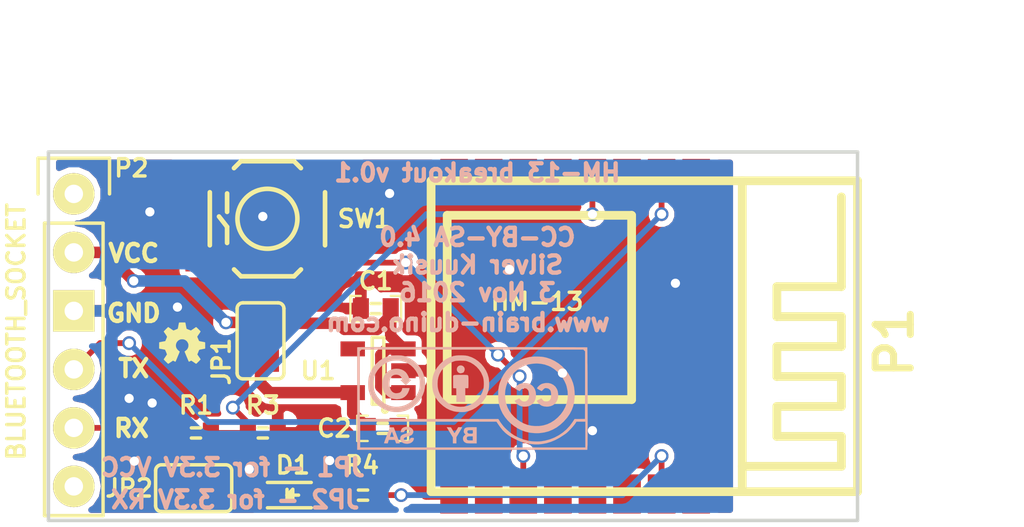
<source format=kicad_pcb>
(kicad_pcb (version 4) (host pcbnew 4.0.4-stable)

  (general
    (links 25)
    (no_connects 2)
    (area 136.124999 95.924999 171.375001 112.075001)
    (thickness 1.6)
    (drawings 17)
    (tracks 129)
    (zones 0)
    (modules 14)
    (nets 23)
  )

  (page A4)
  (layers
    (0 F.Cu signal)
    (31 B.Cu signal)
    (32 B.Adhes user)
    (33 F.Adhes user)
    (34 B.Paste user)
    (35 F.Paste user)
    (36 B.SilkS user)
    (37 F.SilkS user)
    (38 B.Mask user)
    (39 F.Mask user)
    (40 Dwgs.User user)
    (41 Cmts.User user)
    (42 Eco1.User user)
    (43 Eco2.User user)
    (44 Edge.Cuts user)
    (45 Margin user)
    (46 B.CrtYd user)
    (47 F.CrtYd user)
    (48 B.Fab user hide)
    (49 F.Fab user hide)
  )

  (setup
    (last_trace_width 0.25)
    (user_trace_width 0.2)
    (user_trace_width 0.25)
    (user_trace_width 0.5)
    (user_trace_width 0.6)
    (trace_clearance 0.2)
    (zone_clearance 0.254)
    (zone_45_only yes)
    (trace_min 0.2)
    (segment_width 0.2)
    (edge_width 0.15)
    (via_size 0.6)
    (via_drill 0.4)
    (via_min_size 0.4)
    (via_min_drill 0.3)
    (uvia_size 0.3)
    (uvia_drill 0.1)
    (uvias_allowed no)
    (uvia_min_size 0.2)
    (uvia_min_drill 0.1)
    (pcb_text_width 0.3)
    (pcb_text_size 1.5 1.5)
    (mod_edge_width 0.15)
    (mod_text_size 1 1)
    (mod_text_width 0.15)
    (pad_size 1.524 1.524)
    (pad_drill 0.762)
    (pad_to_mask_clearance 0.2)
    (aux_axis_origin 0 0)
    (visible_elements FFFFFF7F)
    (pcbplotparams
      (layerselection 0x00030_80000001)
      (usegerberextensions false)
      (excludeedgelayer true)
      (linewidth 0.100000)
      (plotframeref false)
      (viasonmask false)
      (mode 1)
      (useauxorigin false)
      (hpglpennumber 1)
      (hpglpenspeed 20)
      (hpglpendiameter 15)
      (hpglpenoverlay 2)
      (psnegative false)
      (psa4output false)
      (plotreference true)
      (plotvalue true)
      (plotinvisibletext false)
      (padsonsilk false)
      (subtractmaskfromsilk false)
      (outputformat 1)
      (mirror false)
      (drillshape 1)
      (scaleselection 1)
      (outputdirectory ""))
  )

  (net 0 "")
  (net 1 GND)
  (net 2 "Net-(D1-Pad2)")
  (net 3 "Net-(P1-Pad5)")
  (net 4 "Net-(P1-Pad8)")
  (net 5 "Net-(P1-Pad10)")
  (net 6 "Net-(P1-Pad11)")
  (net 7 "Net-(P1-Pad13)")
  (net 8 "Net-(P1-Pad14)")
  (net 9 "Net-(P1-Pad15)")
  (net 10 "Net-(P1-Pad16)")
  (net 11 "Net-(P2-Pad1)")
  (net 12 "Net-(P2-Pad6)")
  (net 13 "Net-(U1-Pad4)")
  (net 14 "Net-(C1-Pad1)")
  (net 15 "Net-(C2-Pad2)")
  (net 16 "Net-(P1-Pad7)")
  (net 17 "Net-(P1-Pad6)")
  (net 18 "Net-(P1-Pad3)")
  (net 19 "Net-(P1-Pad2)")
  (net 20 "Net-(P1-Pad1)")
  (net 21 "Net-(JP2-Pad1)")
  (net 22 "Net-(JP2-Pad2)")

  (net_class Default "This is the default net class."
    (clearance 0.2)
    (trace_width 0.25)
    (via_dia 0.6)
    (via_drill 0.4)
    (uvia_dia 0.3)
    (uvia_drill 0.1)
    (add_net GND)
    (add_net "Net-(C1-Pad1)")
    (add_net "Net-(C2-Pad2)")
    (add_net "Net-(D1-Pad2)")
    (add_net "Net-(JP2-Pad1)")
    (add_net "Net-(JP2-Pad2)")
    (add_net "Net-(P1-Pad1)")
    (add_net "Net-(P1-Pad10)")
    (add_net "Net-(P1-Pad11)")
    (add_net "Net-(P1-Pad13)")
    (add_net "Net-(P1-Pad14)")
    (add_net "Net-(P1-Pad15)")
    (add_net "Net-(P1-Pad16)")
    (add_net "Net-(P1-Pad2)")
    (add_net "Net-(P1-Pad3)")
    (add_net "Net-(P1-Pad5)")
    (add_net "Net-(P1-Pad6)")
    (add_net "Net-(P1-Pad7)")
    (add_net "Net-(P1-Pad8)")
    (add_net "Net-(P2-Pad1)")
    (add_net "Net-(P2-Pad6)")
    (add_net "Net-(U1-Pad4)")
  )

  (module Brain_Duino:HM-13 (layer F.Cu) (tedit 581B7FF2) (tstamp 581B5174)
    (at 158.3 104.25 270)
    (descr "Itead HC-05/HC-06 serial Bluetooth module")
    (path /581B568F)
    (fp_text reference P1 (at 0 -14.59992 270) (layer F.SilkS)
      (effects (font (thickness 0.3048)))
    )
    (fp_text value HM-13 (at -1.75 0.9 360) (layer F.SilkS)
      (effects (font (size 0.75 0.75) (thickness 0.15)))
    )
    (fp_line (start -1.10236 -12.29906) (end -1.10236 -9.49998) (layer F.SilkS) (width 0.37846))
    (fp_line (start -2.40284 -12.29906) (end -2.40284 -9.49998) (layer F.SilkS) (width 0.37846))
    (fp_line (start -1.09982 -9.50252) (end -2.4003 -9.50252) (layer F.SilkS) (width 0.37846))
    (fp_line (start -2.40284 -12.3016) (end -6.3 -12.3) (layer F.SilkS) (width 0.37846))
    (fp_line (start 1.4986 -12.29906) (end 1.4986 -9.49998) (layer F.SilkS) (width 0.37846))
    (fp_line (start 0.19812 -12.29906) (end 0.19812 -9.49998) (layer F.SilkS) (width 0.37846))
    (fp_line (start 1.50114 -9.50252) (end 0.20066 -9.50252) (layer F.SilkS) (width 0.37846))
    (fp_line (start 0.19812 -12.3016) (end -1.10236 -12.3016) (layer F.SilkS) (width 0.37846))
    (fp_line (start 5.40004 -12.29906) (end 5.40004 -7.99884) (layer F.SilkS) (width 0.37846))
    (fp_line (start 4.09956 -12.29906) (end 4.09956 -9.49998) (layer F.SilkS) (width 0.37846))
    (fp_line (start 2.79908 -12.29906) (end 2.79908 -9.49998) (layer F.SilkS) (width 0.37846))
    (fp_line (start 2.50098 -3.2004) (end 2.50098 4.8006) (layer F.SilkS) (width 0.37846))
    (fp_line (start 2.50098 4.8006) (end -5.50002 4.8006) (layer F.SilkS) (width 0.37846))
    (fp_line (start -5.50002 4.8006) (end -5.50002 -3.2004) (layer F.SilkS) (width 0.37846))
    (fp_line (start -5.50002 -3.2004) (end 2.50098 -3.2004) (layer F.SilkS) (width 0.37846))
    (fp_line (start 4.1021 -9.50252) (end 2.80162 -9.50252) (layer F.SilkS) (width 0.37846))
    (fp_line (start 2.79908 -12.3016) (end 1.4986 -12.3016) (layer F.SilkS) (width 0.37846))
    (fp_line (start 5.40004 -12.3016) (end 4.09956 -12.3016) (layer F.SilkS) (width 0.37846))
    (fp_line (start 6.5 -8) (end -7 -8) (layer F.SilkS) (width 0.37846))
    (fp_line (start -7 5.5) (end -7 -13) (layer F.SilkS) (width 0.37846))
    (fp_line (start -7 -13) (end 6.5 -13) (layer F.SilkS) (width 0.37846))
    (fp_line (start 6.5 -13) (end 6.5 5.5) (layer F.SilkS) (width 0.37846))
    (fp_line (start 6.5 5.5) (end -7 5.5) (layer F.SilkS) (width 0.37846))
    (pad 8 smd rect (at -7.09986 4.50088 270) (size 1.69926 1.19888) (layers F.Cu F.Paste F.Mask)
      (net 4 "Net-(P1-Pad8)"))
    (pad 7 smd rect (at -7.09986 2.99974 270) (size 1.69926 1.19888) (layers F.Cu F.Paste F.Mask)
      (net 16 "Net-(P1-Pad7)"))
    (pad 6 smd rect (at -7.09986 1.50114 270) (size 1.69926 1.19888) (layers F.Cu F.Paste F.Mask)
      (net 17 "Net-(P1-Pad6)"))
    (pad 5 smd rect (at -7.09986 0 270) (size 1.69926 1.19888) (layers F.Cu F.Paste F.Mask)
      (net 3 "Net-(P1-Pad5)"))
    (pad 4 smd rect (at -7.09986 -1.50114 270) (size 1.69926 1.19888) (layers F.Cu F.Paste F.Mask)
      (net 22 "Net-(JP2-Pad2)"))
    (pad 3 smd rect (at -7.09986 -2.99974 270) (size 1.69926 1.19888) (layers F.Cu F.Paste F.Mask)
      (net 18 "Net-(P1-Pad3)"))
    (pad 2 smd rect (at -7.09986 -4.50088 270) (size 1.69926 1.19888) (layers F.Cu F.Paste F.Mask)
      (net 19 "Net-(P1-Pad2)"))
    (pad 1 smd rect (at -7.09986 -5.99948 270) (size 1.69926 1.19888) (layers F.Cu F.Paste F.Mask)
      (net 20 "Net-(P1-Pad1)"))
    (pad 9 smd rect (at 6.59986 4.50088 270) (size 1.69926 1.19888) (layers F.Cu F.Paste F.Mask)
      (net 15 "Net-(C2-Pad2)"))
    (pad 10 smd rect (at 6.59986 2.99974 270) (size 1.69926 1.19888) (layers F.Cu F.Paste F.Mask)
      (net 5 "Net-(P1-Pad10)"))
    (pad 11 smd rect (at 6.59986 1.50114 270) (size 1.69926 1.19888) (layers F.Cu F.Paste F.Mask)
      (net 6 "Net-(P1-Pad11)"))
    (pad 12 smd rect (at 6.59986 0 270) (size 1.69926 1.19888) (layers F.Cu F.Paste F.Mask)
      (net 1 GND))
    (pad 13 smd rect (at 6.59986 -1.50114 270) (size 1.69926 1.19888) (layers F.Cu F.Paste F.Mask)
      (net 7 "Net-(P1-Pad13)"))
    (pad 14 smd rect (at 6.59986 -2.99974 270) (size 1.69926 1.19888) (layers F.Cu F.Paste F.Mask)
      (net 8 "Net-(P1-Pad14)"))
    (pad 15 smd rect (at 6.59986 -4.50088 270) (size 1.69926 1.19888) (layers F.Cu F.Paste F.Mask)
      (net 9 "Net-(P1-Pad15)"))
    (pad 16 smd rect (at 6.59986 -5.99948 270) (size 1.69926 1.19888) (layers F.Cu F.Paste F.Mask)
      (net 10 "Net-(P1-Pad16)"))
    (model walter/rf_modules/itead_hc-05.wrl
      (at (xyz 0 0 0))
      (scale (xyz 1 1 1))
      (rotate (xyz 0 0 0))
    )
  )

  (module freetronics_footprints:0402 (layer F.Cu) (tedit 581B75E5) (tstamp 581B5191)
    (at 149.8477 110.9 180)
    (descr <b>CAPACITOR</b><p>)
    (path /57C2E26C)
    (fp_text reference R4 (at 0.0477 1.3 180) (layer F.SilkS)
      (effects (font (size 0.75 0.75) (thickness 0.15)))
    )
    (fp_text value 4.7k (at 0 0.635 180) (layer Eco1.User) hide
      (effects (font (size 0.2 0.2) (thickness 0.03048)))
    )
    (fp_line (start -0.2 -0.22) (end 0.2 -0.22) (layer F.SilkS) (width 0.15))
    (fp_line (start 0.2 0.22) (end -0.2 0.22) (layer F.SilkS) (width 0.15))
    (fp_line (start -1.47066 -0.4826) (end 1.47066 -0.4826) (layer Cmts.User) (width 0.0508))
    (fp_line (start 1.47066 -0.4826) (end 1.47066 0.4826) (layer Cmts.User) (width 0.0508))
    (fp_line (start 1.47066 0.4826) (end -1.47066 0.4826) (layer Cmts.User) (width 0.0508))
    (fp_line (start -1.47066 0.4826) (end -1.47066 -0.4826) (layer Cmts.User) (width 0.0508))
    (pad 1 smd rect (at -0.6477 0 180) (size 0.6985 0.89916) (layers F.Cu F.Paste F.Mask)
      (net 9 "Net-(P1-Pad15)"))
    (pad 2 smd rect (at 0.6477 0 180) (size 0.6985 0.89916) (layers F.Cu F.Paste F.Mask)
      (net 2 "Net-(D1-Pad2)"))
    (model Resistors_SMD.3dshapes/R_0402.wrl
      (at (xyz 0 0 0))
      (scale (xyz 1 1 1))
      (rotate (xyz 0 0 0))
    )
  )

  (module LEDs:LED_0603 (layer F.Cu) (tedit 57C365A3) (tstamp 57C2FF16)
    (at 146.8 110.9)
    (descr "LED 0603 smd package")
    (tags "LED led 0603 SMD smd SMT smt smdled SMDLED smtled SMTLED")
    (path /57C2E240)
    (attr smd)
    (fp_text reference D1 (at 0 -1.3) (layer F.SilkS)
      (effects (font (size 0.75 0.75) (thickness 0.15)))
    )
    (fp_text value LED (at 0 1.5) (layer F.Fab)
      (effects (font (size 1 1) (thickness 0.15)))
    )
    (fp_line (start -1.1 0.55) (end 0.8 0.55) (layer F.SilkS) (width 0.15))
    (fp_line (start -1.1 -0.55) (end 0.8 -0.55) (layer F.SilkS) (width 0.15))
    (fp_line (start -0.2 0) (end 0.25 0) (layer F.SilkS) (width 0.15))
    (fp_line (start -0.25 -0.25) (end -0.25 0.25) (layer F.SilkS) (width 0.15))
    (fp_line (start -0.25 0) (end 0 -0.25) (layer F.SilkS) (width 0.15))
    (fp_line (start 0 -0.25) (end 0 0.25) (layer F.SilkS) (width 0.15))
    (fp_line (start 0 0.25) (end -0.25 0) (layer F.SilkS) (width 0.15))
    (fp_line (start 1.4 -0.75) (end 1.4 0.75) (layer F.CrtYd) (width 0.05))
    (fp_line (start 1.4 0.75) (end -1.4 0.75) (layer F.CrtYd) (width 0.05))
    (fp_line (start -1.4 0.75) (end -1.4 -0.75) (layer F.CrtYd) (width 0.05))
    (fp_line (start -1.4 -0.75) (end 1.4 -0.75) (layer F.CrtYd) (width 0.05))
    (pad 2 smd rect (at 0.7493 0 180) (size 0.79756 0.79756) (layers F.Cu F.Paste F.Mask)
      (net 2 "Net-(D1-Pad2)"))
    (pad 1 smd rect (at -0.7493 0 180) (size 0.79756 0.79756) (layers F.Cu F.Paste F.Mask)
      (net 1 GND))
    (model LEDs.3dshapes/LED_0603.wrl
      (at (xyz 0 0 0))
      (scale (xyz 1 1 1))
      (rotate (xyz 0 0 180))
    )
  )

  (module TO_SOT_Packages_SMD:SOT-23-5 (layer F.Cu) (tedit 581B75BC) (tstamp 57C420A6)
    (at 150.5 105.5 180)
    (descr "5-pin SOT23 package")
    (tags SOT-23-5)
    (path /57C4175F)
    (attr smd)
    (fp_text reference U1 (at 2.6 0 180) (layer F.SilkS)
      (effects (font (size 0.75 0.75) (thickness 0.15)))
    )
    (fp_text value LP2985-3.3 (at -0.05 2.35 180) (layer F.Fab)
      (effects (font (size 1 1) (thickness 0.15)))
    )
    (fp_line (start -1.8 -1.6) (end 1.8 -1.6) (layer F.CrtYd) (width 0.05))
    (fp_line (start 1.8 -1.6) (end 1.8 1.6) (layer F.CrtYd) (width 0.05))
    (fp_line (start 1.8 1.6) (end -1.8 1.6) (layer F.CrtYd) (width 0.05))
    (fp_line (start -1.8 1.6) (end -1.8 -1.6) (layer F.CrtYd) (width 0.05))
    (fp_circle (center -0.3 -1.7) (end -0.2 -1.7) (layer F.SilkS) (width 0.15))
    (fp_line (start 0.25 -1.45) (end -0.25 -1.45) (layer F.SilkS) (width 0.15))
    (fp_line (start 0.25 1.45) (end 0.25 -1.45) (layer F.SilkS) (width 0.15))
    (fp_line (start -0.25 1.45) (end 0.25 1.45) (layer F.SilkS) (width 0.15))
    (fp_line (start -0.25 -1.45) (end -0.25 1.45) (layer F.SilkS) (width 0.15))
    (pad 1 smd rect (at -1.1 -0.95 180) (size 1.06 0.65) (layers F.Cu F.Paste F.Mask)
      (net 14 "Net-(C1-Pad1)"))
    (pad 2 smd rect (at -1.1 0 180) (size 1.06 0.65) (layers F.Cu F.Paste F.Mask)
      (net 1 GND))
    (pad 3 smd rect (at -1.1 0.95 180) (size 1.06 0.65) (layers F.Cu F.Paste F.Mask)
      (net 14 "Net-(C1-Pad1)"))
    (pad 4 smd rect (at 1.1 0.95 180) (size 1.06 0.65) (layers F.Cu F.Paste F.Mask)
      (net 13 "Net-(U1-Pad4)"))
    (pad 5 smd rect (at 1.1 -0.95 180) (size 1.06 0.65) (layers F.Cu F.Paste F.Mask)
      (net 15 "Net-(C2-Pad2)"))
    (model TO_SOT_Packages_SMD.3dshapes/SOT-23-5.wrl
      (at (xyz 0 0 0))
      (scale (xyz 1 1 1))
      (rotate (xyz 0 0 0))
    )
  )

  (module Brain_Duino:Bluetooth_Socket (layer F.Cu) (tedit 57C4247F) (tstamp 57C2FF58)
    (at 137.3 97.82)
    (descr "Through hole pin header")
    (tags "pin header")
    (path /57C2E20B)
    (fp_text reference P2 (at 2.5 -1.12) (layer F.SilkS)
      (effects (font (size 0.75 0.75) (thickness 0.15)))
    )
    (fp_text value BLUETOOTH_SOCKET (at -2.5 5.98 90) (layer F.SilkS)
      (effects (font (size 0.75 0.75) (thickness 0.15)))
    )
    (fp_line (start -1.75 -1.75) (end -1.75 14.45) (layer F.CrtYd) (width 0.05))
    (fp_line (start 1.75 -1.75) (end 1.75 14.45) (layer F.CrtYd) (width 0.05))
    (fp_line (start -1.75 -1.75) (end 1.75 -1.75) (layer F.CrtYd) (width 0.05))
    (fp_line (start -1.75 14.45) (end 1.75 14.45) (layer F.CrtYd) (width 0.05))
    (fp_line (start 1.27 1.27) (end 1.27 13.97) (layer F.SilkS) (width 0.15))
    (fp_line (start 1.27 13.97) (end -1.27 13.97) (layer F.SilkS) (width 0.15))
    (fp_line (start -1.27 13.97) (end -1.27 1.27) (layer F.SilkS) (width 0.15))
    (fp_line (start 1.55 -1.55) (end 1.55 0) (layer F.SilkS) (width 0.15))
    (fp_line (start 1.27 1.27) (end -1.27 1.27) (layer F.SilkS) (width 0.15))
    (fp_line (start -1.55 0) (end -1.55 -1.55) (layer F.SilkS) (width 0.15))
    (fp_line (start -1.55 -1.55) (end 1.55 -1.55) (layer F.SilkS) (width 0.15))
    (pad 1 thru_hole circle (at 0 0) (size 1.8 1.8) (drill 0.8) (layers *.Cu *.Mask F.SilkS)
      (net 11 "Net-(P2-Pad1)"))
    (pad 2 thru_hole oval (at 0 2.54) (size 1.8 1.8) (drill 0.8) (layers *.Cu *.Mask F.SilkS)
      (net 14 "Net-(C1-Pad1)"))
    (pad 3 thru_hole rect (at 0 5.08) (size 1.8 1.8) (drill 0.8) (layers *.Cu *.Mask F.SilkS)
      (net 1 GND))
    (pad 4 thru_hole oval (at 0 7.62) (size 1.8 1.8) (drill 0.8) (layers *.Cu *.Mask F.SilkS)
      (net 19 "Net-(P1-Pad2)"))
    (pad 5 thru_hole oval (at 0 10.16) (size 1.8 1.8) (drill 0.8) (layers *.Cu *.Mask F.SilkS)
      (net 21 "Net-(JP2-Pad1)"))
    (pad 6 thru_hole oval (at 0 12.7) (size 1.8 1.8) (drill 0.8) (layers *.Cu *.Mask F.SilkS)
      (net 12 "Net-(P2-Pad6)"))
  )

  (module freetronics_footprints:0402_CAP (layer F.Cu) (tedit 581B7773) (tstamp 581B5165)
    (at 150.4 102.8 180)
    (descr <b>CAPACITOR</b><p>)
    (path /57C2E2CC)
    (fp_text reference C1 (at 0 1.2 180) (layer F.SilkS)
      (effects (font (size 0.75 0.75) (thickness 0.15)))
    )
    (fp_text value 4.7uF (at 0 0.635 180) (layer Eco1.User) hide
      (effects (font (size 0.2 0.2) (thickness 0.03048)))
    )
    (fp_line (start 0.65 0.55) (end 1.1 0.55) (layer F.SilkS) (width 0.1))
    (fp_line (start 1.1 0.55) (end 1.1 -0.55) (layer F.SilkS) (width 0.1))
    (fp_line (start 1.1 -0.55) (end 0.65 -0.55) (layer F.SilkS) (width 0.1))
    (fp_line (start -0.65 -0.55) (end -1.05 -0.55) (layer F.SilkS) (width 0.1))
    (fp_line (start -1.05 -0.55) (end -1.1 -0.55) (layer F.SilkS) (width 0.1))
    (fp_line (start -1.1 -0.55) (end -1.1 0.55) (layer F.SilkS) (width 0.1))
    (fp_line (start -1.1 0.55) (end -0.65 0.55) (layer F.SilkS) (width 0.1))
    (fp_line (start -0.2 -0.22) (end 0.2 -0.22) (layer F.SilkS) (width 0.15))
    (fp_line (start 0.2 0.22) (end -0.2 0.22) (layer F.SilkS) (width 0.15))
    (fp_line (start -1.47066 -0.4826) (end 1.47066 -0.4826) (layer Cmts.User) (width 0.0508))
    (fp_line (start 1.47066 -0.4826) (end 1.47066 0.4826) (layer Cmts.User) (width 0.0508))
    (fp_line (start 1.47066 0.4826) (end -1.47066 0.4826) (layer Cmts.User) (width 0.0508))
    (fp_line (start -1.47066 0.4826) (end -1.47066 -0.4826) (layer Cmts.User) (width 0.0508))
    (pad 1 smd rect (at -0.6477 0 180) (size 0.6985 0.89916) (layers F.Cu F.Paste F.Mask)
      (net 14 "Net-(C1-Pad1)"))
    (pad 2 smd rect (at 0.6477 0 180) (size 0.6985 0.89916) (layers F.Cu F.Paste F.Mask)
      (net 1 GND))
    (model Capacitors_SMD.3dshapes/C_0402.wrl
      (at (xyz 0 0 0))
      (scale (xyz 1 1 1))
      (rotate (xyz 0 0 0))
    )
  )

  (module freetronics_footprints:0402_CAP (layer F.Cu) (tedit 581B75D0) (tstamp 581B516A)
    (at 150.7 108 180)
    (descr <b>CAPACITOR</b><p>)
    (path /57C2E2F4)
    (fp_text reference C2 (at 2.1 0 180) (layer F.SilkS)
      (effects (font (size 0.75 0.75) (thickness 0.15)))
    )
    (fp_text value 4.7uF (at 0 0.635 180) (layer Eco1.User) hide
      (effects (font (size 0.2 0.2) (thickness 0.03048)))
    )
    (fp_line (start 0.65 0.55) (end 1.1 0.55) (layer F.SilkS) (width 0.1))
    (fp_line (start 1.1 0.55) (end 1.1 -0.55) (layer F.SilkS) (width 0.1))
    (fp_line (start 1.1 -0.55) (end 0.65 -0.55) (layer F.SilkS) (width 0.1))
    (fp_line (start -0.65 -0.55) (end -1.05 -0.55) (layer F.SilkS) (width 0.1))
    (fp_line (start -1.05 -0.55) (end -1.1 -0.55) (layer F.SilkS) (width 0.1))
    (fp_line (start -1.1 -0.55) (end -1.1 0.55) (layer F.SilkS) (width 0.1))
    (fp_line (start -1.1 0.55) (end -0.65 0.55) (layer F.SilkS) (width 0.1))
    (fp_line (start -0.2 -0.22) (end 0.2 -0.22) (layer F.SilkS) (width 0.15))
    (fp_line (start 0.2 0.22) (end -0.2 0.22) (layer F.SilkS) (width 0.15))
    (fp_line (start -1.47066 -0.4826) (end 1.47066 -0.4826) (layer Cmts.User) (width 0.0508))
    (fp_line (start 1.47066 -0.4826) (end 1.47066 0.4826) (layer Cmts.User) (width 0.0508))
    (fp_line (start 1.47066 0.4826) (end -1.47066 0.4826) (layer Cmts.User) (width 0.0508))
    (fp_line (start -1.47066 0.4826) (end -1.47066 -0.4826) (layer Cmts.User) (width 0.0508))
    (pad 1 smd rect (at -0.6477 0 180) (size 0.6985 0.89916) (layers F.Cu F.Paste F.Mask)
      (net 1 GND))
    (pad 2 smd rect (at 0.6477 0 180) (size 0.6985 0.89916) (layers F.Cu F.Paste F.Mask)
      (net 15 "Net-(C2-Pad2)"))
    (model Capacitors_SMD.3dshapes/C_0402.wrl
      (at (xyz 0 0 0))
      (scale (xyz 1 1 1))
      (rotate (xyz 0 0 0))
    )
  )

  (module freetronics_footprints:0402 (layer F.Cu) (tedit 581B75ED) (tstamp 581B5187)
    (at 142.6 108.2)
    (descr <b>CAPACITOR</b><p>)
    (path /57C2F777)
    (fp_text reference R1 (at 0 -1.2) (layer F.SilkS)
      (effects (font (size 0.75 0.75) (thickness 0.15)))
    )
    (fp_text value 1k (at 0 0.635) (layer Eco1.User) hide
      (effects (font (size 0.2 0.2) (thickness 0.03048)))
    )
    (fp_line (start -0.2 -0.22) (end 0.2 -0.22) (layer F.SilkS) (width 0.15))
    (fp_line (start 0.2 0.22) (end -0.2 0.22) (layer F.SilkS) (width 0.15))
    (fp_line (start -1.47066 -0.4826) (end 1.47066 -0.4826) (layer Cmts.User) (width 0.0508))
    (fp_line (start 1.47066 -0.4826) (end 1.47066 0.4826) (layer Cmts.User) (width 0.0508))
    (fp_line (start 1.47066 0.4826) (end -1.47066 0.4826) (layer Cmts.User) (width 0.0508))
    (fp_line (start -1.47066 0.4826) (end -1.47066 -0.4826) (layer Cmts.User) (width 0.0508))
    (pad 1 smd rect (at -0.6477 0) (size 0.6985 0.89916) (layers F.Cu F.Paste F.Mask)
      (net 21 "Net-(JP2-Pad1)"))
    (pad 2 smd rect (at 0.6477 0) (size 0.6985 0.89916) (layers F.Cu F.Paste F.Mask)
      (net 22 "Net-(JP2-Pad2)"))
    (model Resistors_SMD.3dshapes/R_0402.wrl
      (at (xyz 0 0 0))
      (scale (xyz 1 1 1))
      (rotate (xyz 0 0 0))
    )
  )

  (module freetronics_footprints:0402 (layer F.Cu) (tedit 581B75FC) (tstamp 581B518C)
    (at 145.5 108.2 180)
    (descr <b>CAPACITOR</b><p>)
    (path /57C2F3C0)
    (fp_text reference R3 (at 0 1.2 180) (layer F.SilkS)
      (effects (font (size 0.75 0.75) (thickness 0.15)))
    )
    (fp_text value 2k (at 0 0.635 180) (layer Eco1.User) hide
      (effects (font (size 0.2 0.2) (thickness 0.03048)))
    )
    (fp_line (start -0.2 -0.22) (end 0.2 -0.22) (layer F.SilkS) (width 0.15))
    (fp_line (start 0.2 0.22) (end -0.2 0.22) (layer F.SilkS) (width 0.15))
    (fp_line (start -1.47066 -0.4826) (end 1.47066 -0.4826) (layer Cmts.User) (width 0.0508))
    (fp_line (start 1.47066 -0.4826) (end 1.47066 0.4826) (layer Cmts.User) (width 0.0508))
    (fp_line (start 1.47066 0.4826) (end -1.47066 0.4826) (layer Cmts.User) (width 0.0508))
    (fp_line (start -1.47066 0.4826) (end -1.47066 -0.4826) (layer Cmts.User) (width 0.0508))
    (pad 1 smd rect (at -0.6477 0 180) (size 0.6985 0.89916) (layers F.Cu F.Paste F.Mask)
      (net 1 GND))
    (pad 2 smd rect (at 0.6477 0 180) (size 0.6985 0.89916) (layers F.Cu F.Paste F.Mask)
      (net 22 "Net-(JP2-Pad2)"))
    (model Resistors_SMD.3dshapes/R_0402.wrl
      (at (xyz 0 0 0))
      (scale (xyz 1 1 1))
      (rotate (xyz 0 0 0))
    )
  )

  (module freetronics_footprints:SW_PUSHBUTTON_SMD (layer F.Cu) (tedit 581B7635) (tstamp 581B6340)
    (at 145.7 98.9 180)
    (path /581B6097)
    (attr smd)
    (fp_text reference SW1 (at -4.2 0 180) (layer F.SilkS)
      (effects (font (size 0.75 0.75) (thickness 0.15)))
    )
    (fp_text value SW_PUSH (at 0 3.15 180) (layer Eco1.User) hide
      (effects (font (size 0.6 0.6) (thickness 0.1)))
    )
    (fp_line (start 1.75006 -0.35052) (end 2.10058 0.09906) (layer F.SilkS) (width 0.20066))
    (fp_line (start 1.75006 0.29972) (end 1.75006 1.09982) (layer F.SilkS) (width 0.20066))
    (fp_line (start 1.75006 -1.04902) (end 1.75006 -0.35052) (layer F.SilkS) (width 0.20066))
    (fp_line (start -1.1557 -2.49936) (end -1.45542 -2.19964) (layer F.SilkS) (width 0.20066))
    (fp_line (start 1.14554 -2.49936) (end -1.1557 -2.49936) (layer F.SilkS) (width 0.20066))
    (fp_line (start 1.14808 -2.49936) (end 1.4478 -2.19964) (layer F.SilkS) (width 0.20066))
    (fp_line (start -1.15316 2.49936) (end -1.45288 2.19964) (layer F.SilkS) (width 0.20066))
    (fp_line (start -1.15062 2.49936) (end 1.15062 2.49936) (layer F.SilkS) (width 0.20066))
    (fp_line (start 1.15062 2.49936) (end 1.45034 2.19964) (layer F.SilkS) (width 0.20066))
    (fp_line (start -2.49936 -1.15062) (end -2.49936 1.15062) (layer F.SilkS) (width 0.20066))
    (fp_line (start 2.49936 -1.15062) (end 2.49936 1.15062) (layer F.SilkS) (width 0.20066))
    (fp_circle (center 0 0) (end 1.30048 0) (layer F.SilkS) (width 0.20066))
    (pad 2 smd rect (at -2.667 1.905 180) (size 1.778 0.762) (layers F.Cu F.Paste F.Mask)
      (net 1 GND))
    (pad 2 smd rect (at 2.667 1.905 180) (size 1.778 0.762) (layers F.Cu F.Paste F.Mask)
      (net 1 GND))
    (pad 1 smd rect (at 2.667 -1.905 180) (size 1.778 0.762) (layers F.Cu F.Paste F.Mask)
      (net 6 "Net-(P1-Pad11)"))
    (pad 1 smd rect (at -2.667 -1.905 180) (size 1.778 0.762) (layers F.Cu F.Paste F.Mask)
      (net 6 "Net-(P1-Pad11)"))
    (model switch.3dshapes/smd_push2.wrl
      (at (xyz 0 0 0))
      (scale (xyz 1 1 1))
      (rotate (xyz 0 0 0))
    )
  )

  (module freetronics_footprints:SJ_OPEN (layer F.Cu) (tedit 581B75DC) (tstamp 581B6375)
    (at 145.4 104.2 270)
    (descr "<b>Solder jumper</b>")
    (path /581B6AAE)
    (fp_text reference JP1 (at 0.9 1.7 270) (layer F.SilkS)
      (effects (font (size 0.75 0.75) (thickness 0.15)))
    )
    (fp_text value JUMPER (at 0 1.6 270) (layer Eco1.User) hide
      (effects (font (size 0.6 0.6) (thickness 0.1)))
    )
    (fp_line (start 1.397 1.016) (end -1.397 1.016) (layer F.SilkS) (width 0.1524))
    (fp_arc (start 1.397 -0.762) (end 1.397 -1.016) (angle 90) (layer F.SilkS) (width 0.1524))
    (fp_arc (start -1.397 -0.762) (end -1.651 -0.762) (angle 90) (layer F.SilkS) (width 0.1524))
    (fp_arc (start -1.397 0.762) (end -1.651 0.762) (angle -90) (layer F.SilkS) (width 0.1524))
    (fp_arc (start 1.397 0.762) (end 1.397 1.016) (angle -90) (layer F.SilkS) (width 0.1524))
    (fp_line (start 1.651 0.762) (end 1.651 -0.762) (layer F.SilkS) (width 0.1524))
    (fp_line (start -1.651 0.762) (end -1.651 -0.762) (layer F.SilkS) (width 0.1524))
    (fp_line (start -1.397 -1.016) (end 1.397 -1.016) (layer F.SilkS) (width 0.1524))
    (fp_line (start 1.016 0) (end 1.524 0) (layer Cmts.User) (width 0.1524))
    (fp_line (start -1.016 0) (end -1.524 0) (layer Cmts.User) (width 0.1524))
    (fp_arc (start -0.254 0) (end -0.254 0.127) (angle 180) (layer Cmts.User) (width 1.27))
    (fp_arc (start 0.254 0) (end 0.254 -0.127) (angle 180) (layer Cmts.User) (width 1.27))
    (pad 1 smd rect (at -0.762 0 270) (size 1.1684 1.6002) (layers F.Cu F.Mask)
      (net 14 "Net-(C1-Pad1)"))
    (pad 2 smd rect (at 0.762 0 270) (size 1.1684 1.6002) (layers F.Cu F.Mask)
      (net 15 "Net-(C2-Pad2)"))
  )

  (module w_logo:Logo_silk_CC-BY-SA_10x4.5mm (layer B.Cu) (tedit 0) (tstamp 582117BA)
    (at 154.6 106.7 180)
    (descr "CC BY-SA logo, 10x4.5mm")
    (fp_text reference G*** (at 1.9 -0.5 180) (layer B.SilkS) hide
      (effects (font (size 0.2286 0.2286) (thickness 0.04572)) (justify mirror))
    )
    (fp_text value LOGO (at 1.9 1.7 180) (layer B.SilkS) hide
      (effects (font (size 0.2286 0.2286) (thickness 0.04572)) (justify mirror))
    )
    (fp_poly (pts (xy 5.00634 -2.23266) (xy 4.89204 -2.23266) (xy 4.89204 -0.89154) (xy 4.89204 0.57404)
      (xy 4.89204 2.0447) (xy 4.85394 2.0828) (xy 4.81584 2.11836) (xy 0.00508 2.11836)
      (xy -4.80314 2.11836) (xy -4.84124 2.0828) (xy -4.87934 2.0447) (xy -4.87934 0.57404)
      (xy -4.8768 -0.89154) (xy -4.65074 -0.89408) (xy -4.42468 -0.89408) (xy -4.34086 -1.02362)
      (xy -4.21894 -1.19126) (xy -4.0767 -1.34366) (xy -3.91668 -1.48082) (xy -3.74142 -1.6002)
      (xy -3.55346 -1.69926) (xy -3.35534 -1.778) (xy -3.1496 -1.83388) (xy -2.9845 -1.86182)
      (xy -2.89814 -1.86944) (xy -2.79654 -1.87198) (xy -2.68478 -1.86944) (xy -2.57556 -1.86182)
      (xy -2.4765 -1.84912) (xy -2.41554 -1.83896) (xy -2.19964 -1.78308) (xy -1.99644 -1.70434)
      (xy -1.80848 -1.60782) (xy -1.63068 -1.4859) (xy -1.46558 -1.34112) (xy -1.397 -1.27254)
      (xy -1.34112 -1.21158) (xy -1.28524 -1.14046) (xy -1.2319 -1.06934) (xy -1.19888 -1.02362)
      (xy -1.1176 -0.89408) (xy 1.88468 -0.89408) (xy 4.89204 -0.89154) (xy 4.89204 -2.23266)
      (xy 4.8768 -2.23266) (xy 4.8768 -2.13106) (xy 4.8768 -1.56972) (xy 4.8768 -1.00838)
      (xy 1.92024 -1.00838) (xy -1.03378 -1.00838) (xy -1.11252 -1.12522) (xy -1.20904 -1.26238)
      (xy -1.30556 -1.38176) (xy -1.40462 -1.48082) (xy -1.50876 -1.56972) (xy -1.6256 -1.64846)
      (xy -1.71196 -1.69926) (xy -1.85166 -1.77038) (xy -1.97612 -1.8288) (xy -2.09296 -1.87706)
      (xy -2.21234 -1.91516) (xy -2.3368 -1.94564) (xy -2.34188 -1.94564) (xy -2.52476 -1.9812)
      (xy -2.69748 -1.99644) (xy -2.86258 -1.99644) (xy -3.03022 -1.97866) (xy -3.2004 -1.94564)
      (xy -3.39598 -1.88722) (xy -3.59156 -1.80594) (xy -3.79222 -1.69672) (xy -3.99288 -1.56464)
      (xy -4.06146 -1.51638) (xy -4.11226 -1.4732) (xy -4.17322 -1.41478) (xy -4.23672 -1.34874)
      (xy -4.30276 -1.28016) (xy -4.36626 -1.2065) (xy -4.4196 -1.14046) (xy -4.46278 -1.08204)
      (xy -4.48564 -1.04648) (xy -4.50596 -1.00838) (xy -4.699 -1.00838) (xy -4.89204 -1.00838)
      (xy -4.89204 -1.56972) (xy -4.89204 -2.13106) (xy -0.00508 -2.13106) (xy 4.8768 -2.13106)
      (xy 4.8768 -2.23266) (xy 0.0127 -2.23266) (xy -4.9784 -2.23266) (xy -4.98602 -2.05232)
      (xy -4.98856 -2.01422) (xy -4.98856 -1.9558) (xy -4.98856 -1.87452) (xy -4.98856 -1.77546)
      (xy -4.9911 -1.65862) (xy -4.9911 -1.52654) (xy -4.9911 -1.37922) (xy -4.9911 -1.2192)
      (xy -4.9911 -1.04902) (xy -4.9911 -0.86868) (xy -4.9911 -0.68072) (xy -4.9911 -0.48768)
      (xy -4.9911 -0.28956) (xy -4.9911 -0.0889) (xy -4.9911 0.11176) (xy -4.9911 0.31496)
      (xy -4.98856 0.51562) (xy -4.98856 0.7112) (xy -4.98856 0.90424) (xy -4.98856 1.08966)
      (xy -4.98602 1.26492) (xy -4.98602 1.43256) (xy -4.98348 1.5875) (xy -4.98348 1.72974)
      (xy -4.98348 1.85674) (xy -4.98094 1.96596) (xy -4.98094 2.05994) (xy -4.9784 2.13106)
      (xy -4.9784 2.1844) (xy -4.97586 2.21234) (xy -4.97586 2.21742) (xy -4.96316 2.21742)
      (xy -4.92506 2.21742) (xy -4.8641 2.21996) (xy -4.78028 2.21996) (xy -4.67614 2.21996)
      (xy -4.54914 2.21996) (xy -4.4069 2.2225) (xy -4.24434 2.2225) (xy -4.064 2.2225)
      (xy -3.86842 2.2225) (xy -3.6576 2.22504) (xy -3.43408 2.22504) (xy -3.19532 2.22504)
      (xy -2.9464 2.22504) (xy -2.68732 2.22504) (xy -2.41808 2.22758) (xy -2.14122 2.22758)
      (xy -1.8542 2.22758) (xy -1.56464 2.22758) (xy -1.26746 2.22758) (xy -0.9652 2.22758)
      (xy -0.6604 2.23012) (xy -0.35306 2.23012) (xy -0.04318 2.23012) (xy 0.26162 2.23012)
      (xy 0.56896 2.23012) (xy 0.87376 2.23012) (xy 1.17602 2.23012) (xy 1.47574 2.23012)
      (xy 1.76784 2.23012) (xy 2.05486 2.23012) (xy 2.33426 2.23012) (xy 2.60604 2.23012)
      (xy 2.86766 2.23012) (xy 3.11912 2.23012) (xy 3.35788 2.23012) (xy 3.58394 2.23012)
      (xy 3.7973 2.23012) (xy 3.99542 2.23012) (xy 4.1783 2.23012) (xy 4.34594 2.23012)
      (xy 4.49326 2.22758) (xy 4.6228 2.22758) (xy 4.72948 2.22758) (xy 4.81838 2.22758)
      (xy 4.88442 2.22504) (xy 4.9276 2.22504) (xy 4.94538 2.22504) (xy 5.00634 2.21742)
      (xy 5.00634 -0.00762) (xy 5.00634 -2.23266) (xy 5.00634 -2.23266)) (layer B.SilkS) (width 0.00254))
    (fp_poly (pts (xy 3.13944 -1.77546) (xy 3.12674 -1.82372) (xy 3.0988 -1.86944) (xy 3.08864 -1.88214)
      (xy 3.03784 -1.92278) (xy 2.96926 -1.95326) (xy 2.89052 -1.9685) (xy 2.81178 -1.97104)
      (xy 2.80162 -1.9685) (xy 2.71272 -1.94818) (xy 2.6416 -1.91008) (xy 2.58826 -1.85928)
      (xy 2.55524 -1.79324) (xy 2.5527 -1.78562) (xy 2.54508 -1.74752) (xy 2.5527 -1.72466)
      (xy 2.57556 -1.71196) (xy 2.61874 -1.71196) (xy 2.6289 -1.71196) (xy 2.66954 -1.71704)
      (xy 2.6924 -1.72466) (xy 2.70256 -1.7399) (xy 2.71018 -1.76022) (xy 2.73812 -1.80594)
      (xy 2.7813 -1.83388) (xy 2.83464 -1.84912) (xy 2.8956 -1.84404) (xy 2.93116 -1.83134)
      (xy 2.96926 -1.80848) (xy 2.9845 -1.78054) (xy 2.98196 -1.74498) (xy 2.97434 -1.7272)
      (xy 2.95656 -1.70942) (xy 2.92354 -1.69418) (xy 2.87528 -1.67386) (xy 2.8067 -1.65354)
      (xy 2.7686 -1.64084) (xy 2.71018 -1.62052) (xy 2.667 -1.60274) (xy 2.63652 -1.58242)
      (xy 2.61874 -1.56464) (xy 2.58318 -1.50622) (xy 2.57048 -1.45034) (xy 2.57556 -1.39192)
      (xy 2.60096 -1.34112) (xy 2.64414 -1.2954) (xy 2.69748 -1.25984) (xy 2.76352 -1.23698)
      (xy 2.83718 -1.22936) (xy 2.9083 -1.23698) (xy 2.99212 -1.25984) (xy 3.05308 -1.29794)
      (xy 3.09118 -1.34874) (xy 3.1115 -1.41224) (xy 3.1115 -1.41478) (xy 3.11912 -1.46812)
      (xy 3.04546 -1.46812) (xy 3.00482 -1.46558) (xy 2.98196 -1.4605) (xy 2.96926 -1.45034)
      (xy 2.9591 -1.42748) (xy 2.9337 -1.38938) (xy 2.89306 -1.36398) (xy 2.8448 -1.35382)
      (xy 2.79654 -1.3589) (xy 2.75336 -1.38176) (xy 2.75082 -1.3843) (xy 2.72542 -1.41224)
      (xy 2.72288 -1.43256) (xy 2.73558 -1.45796) (xy 2.74066 -1.46558) (xy 2.7686 -1.48336)
      (xy 2.82194 -1.50622) (xy 2.89814 -1.52908) (xy 2.90322 -1.52908) (xy 2.98958 -1.55702)
      (xy 3.05054 -1.58496) (xy 3.09372 -1.61544) (xy 3.12166 -1.65608) (xy 3.1369 -1.70434)
      (xy 3.1369 -1.7145) (xy 3.13944 -1.77546) (xy 3.13944 -1.77546)) (layer B.SilkS) (width 0.00254))
    (fp_poly (pts (xy 0.41656 -1.77546) (xy 0.39624 -1.8415) (xy 0.3556 -1.89484) (xy 0.29972 -1.92786)
      (xy 0.27686 -1.93802) (xy 0.254 -1.9431) (xy 0.254 -1.73482) (xy 0.24892 -1.69672)
      (xy 0.23368 -1.67132) (xy 0.2286 -1.66878) (xy 0.2286 -1.44272) (xy 0.2159 -1.40716)
      (xy 0.20828 -1.397) (xy 0.18796 -1.38684) (xy 0.15494 -1.38176) (xy 0.09906 -1.37922)
      (xy 0.0889 -1.37922) (xy -0.00762 -1.37922) (xy -0.0127 -1.41986) (xy -0.01524 -1.4605)
      (xy -0.01524 -1.49606) (xy -0.01016 -1.51384) (xy -0.00254 -1.524) (xy 0.0127 -1.52908)
      (xy 0.04826 -1.53162) (xy 0.07874 -1.53162) (xy 0.14478 -1.52908) (xy 0.18796 -1.51892)
      (xy 0.20066 -1.5113) (xy 0.22352 -1.48082) (xy 0.2286 -1.44272) (xy 0.2286 -1.66878)
      (xy 0.2032 -1.65608) (xy 0.1524 -1.64846) (xy 0.09144 -1.64592) (xy -0.01016 -1.64592)
      (xy -0.01016 -1.73482) (xy -0.01016 -1.82626) (xy 0.09652 -1.82626) (xy 0.15748 -1.82372)
      (xy 0.19558 -1.81864) (xy 0.22098 -1.81102) (xy 0.23114 -1.8034) (xy 0.24892 -1.77038)
      (xy 0.254 -1.73482) (xy 0.254 -1.9431) (xy 0.24892 -1.9431) (xy 0.21336 -1.94818)
      (xy 0.16256 -1.95072) (xy 0.09652 -1.95326) (xy 0.03302 -1.95326) (xy -0.1778 -1.95326)
      (xy -0.1778 -1.60274) (xy -0.1778 -1.24968) (xy 0.03048 -1.24968) (xy 0.12446 -1.25222)
      (xy 0.19304 -1.25476) (xy 0.24638 -1.25984) (xy 0.28448 -1.27) (xy 0.31496 -1.2827)
      (xy 0.33782 -1.30302) (xy 0.34798 -1.31064) (xy 0.36576 -1.3462) (xy 0.37846 -1.397)
      (xy 0.381 -1.4478) (xy 0.37592 -1.4732) (xy 0.36068 -1.50622) (xy 0.33528 -1.53924)
      (xy 0.33274 -1.54178) (xy 0.31242 -1.5621) (xy 0.30988 -1.5748) (xy 0.3175 -1.57988)
      (xy 0.35306 -1.60274) (xy 0.38608 -1.64084) (xy 0.40894 -1.68402) (xy 0.41402 -1.7018)
      (xy 0.41656 -1.77546) (xy 0.41656 -1.77546)) (layer B.SilkS) (width 0.00254))
    (fp_poly (pts (xy 1.12268 -1.24968) (xy 0.98806 -1.4732) (xy 0.85344 -1.69672) (xy 0.85344 -1.82372)
      (xy 0.85344 -1.95326) (xy 0.77724 -1.95326) (xy 0.70104 -1.95326) (xy 0.70104 -1.81864)
      (xy 0.70104 -1.68148) (xy 0.57658 -1.47574) (xy 0.53848 -1.4097) (xy 0.50546 -1.35128)
      (xy 0.47752 -1.30556) (xy 0.4572 -1.27508) (xy 0.44958 -1.25984) (xy 0.45974 -1.25476)
      (xy 0.48768 -1.25222) (xy 0.52832 -1.24968) (xy 0.5334 -1.24968) (xy 0.6223 -1.24968)
      (xy 0.70104 -1.38684) (xy 0.73914 -1.4478) (xy 0.76454 -1.4859) (xy 0.78232 -1.50622)
      (xy 0.79248 -1.50368) (xy 0.80264 -1.4859) (xy 0.82296 -1.45288) (xy 0.84836 -1.40716)
      (xy 0.87122 -1.3716) (xy 0.93726 -1.2573) (xy 1.0287 -1.25222) (xy 1.12268 -1.24968)
      (xy 1.12268 -1.24968)) (layer B.SilkS) (width 0.00254))
    (fp_poly (pts (xy 3.84302 -1.9431) (xy 3.83286 -1.94818) (xy 3.79984 -1.95072) (xy 3.76174 -1.95326)
      (xy 3.68046 -1.95326) (xy 3.6576 -1.87706) (xy 3.63474 -1.80086) (xy 3.58648 -1.80086)
      (xy 3.58648 -1.67132) (xy 3.54584 -1.55702) (xy 3.5306 -1.50876) (xy 3.51282 -1.47066)
      (xy 3.50266 -1.45288) (xy 3.50012 -1.45034) (xy 3.48996 -1.46558) (xy 3.47726 -1.4986)
      (xy 3.46202 -1.54178) (xy 3.44678 -1.5875) (xy 3.43154 -1.62814) (xy 3.42392 -1.65608)
      (xy 3.42138 -1.6637) (xy 3.43408 -1.66878) (xy 3.46456 -1.67132) (xy 3.50266 -1.67132)
      (xy 3.58648 -1.67132) (xy 3.58648 -1.80086) (xy 3.50266 -1.80086) (xy 3.37312 -1.80086)
      (xy 3.34518 -1.87706) (xy 3.31724 -1.95326) (xy 3.23596 -1.95326) (xy 3.15722 -1.95326)
      (xy 3.2893 -1.60528) (xy 3.41884 -1.2573) (xy 3.5052 -1.2573) (xy 3.58902 -1.2573)
      (xy 3.71602 -1.59512) (xy 3.74904 -1.68402) (xy 3.77952 -1.76276) (xy 3.80492 -1.83134)
      (xy 3.8227 -1.88722) (xy 3.83794 -1.92532) (xy 3.84302 -1.9431) (xy 3.84302 -1.9431)
      (xy 3.84302 -1.9431)) (layer B.SilkS) (width 0.00254))
    (fp_poly (pts (xy -1.11252 0.17526) (xy -1.11252 0.08382) (xy -1.1176 -0.0381) (xy -1.12776 -0.14478)
      (xy -1.14554 -0.23876) (xy -1.1684 -0.3302) (xy -1.19888 -0.42418) (xy -1.22428 -0.49022)
      (xy -1.30302 -0.65532) (xy -1.40462 -0.8128) (xy -1.40716 -0.81534) (xy -1.40716 0.17526)
      (xy -1.41986 0.35306) (xy -1.45796 0.52578) (xy -1.51638 0.69342) (xy -1.59512 0.8509)
      (xy -1.69672 0.99568) (xy -1.8161 1.1303) (xy -1.9558 1.24968) (xy -2.11328 1.35128)
      (xy -2.1209 1.35636) (xy -2.2733 1.42748) (xy -2.4384 1.47828) (xy -2.60858 1.50622)
      (xy -2.78384 1.51638) (xy -2.95656 1.50368) (xy -3.12674 1.47066) (xy -3.2893 1.41478)
      (xy -3.39344 1.36652) (xy -3.53822 1.27508) (xy -3.67284 1.16332) (xy -3.7973 1.03632)
      (xy -3.90398 0.89662) (xy -3.99034 0.74676) (xy -4.05892 0.59182) (xy -4.08432 0.50292)
      (xy -4.12242 0.3175) (xy -4.13258 0.13716) (xy -4.11988 -0.04064) (xy -4.07924 -0.21336)
      (xy -4.01828 -0.381) (xy -3.93192 -0.54102) (xy -3.82524 -0.69088) (xy -3.6957 -0.82804)
      (xy -3.55092 -0.94996) (xy -3.39598 -1.04902) (xy -3.23596 -1.12268) (xy -3.06578 -1.17348)
      (xy -2.88798 -1.19888) (xy -2.70256 -1.20142) (xy -2.53492 -1.18364) (xy -2.37744 -1.14808)
      (xy -2.22504 -1.08966) (xy -2.07518 -1.01092) (xy -1.93548 -0.9144) (xy -1.80848 -0.80518)
      (xy -1.69418 -0.68072) (xy -1.59766 -0.54864) (xy -1.524 -0.40894) (xy -1.50622 -0.36576)
      (xy -1.4478 -0.18542) (xy -1.41478 -0.00254) (xy -1.40716 0.17526) (xy -1.40716 -0.81534)
      (xy -1.524 -0.95758) (xy -1.65862 -1.08966) (xy -1.80848 -1.2065) (xy -1.9685 -1.3081)
      (xy -2.13614 -1.38938) (xy -2.3114 -1.45034) (xy -2.48666 -1.48844) (xy -2.57302 -1.4986)
      (xy -2.6543 -1.50622) (xy -2.7178 -1.50876) (xy -2.77114 -1.5113) (xy -2.82194 -1.5113)
      (xy -2.87274 -1.50876) (xy -2.91846 -1.50622) (xy -3.11404 -1.47828) (xy -3.29946 -1.43002)
      (xy -3.47472 -1.35636) (xy -3.6449 -1.26238) (xy -3.80492 -1.143) (xy -3.9624 -0.99822)
      (xy -3.96494 -0.99314) (xy -4.1021 -0.8382) (xy -4.21386 -0.67818) (xy -4.30022 -0.51054)
      (xy -4.36626 -0.33528) (xy -4.4069 -0.14732) (xy -4.42722 0.04826) (xy -4.4323 0.1524)
      (xy -4.42214 0.33528) (xy -4.39928 0.50546) (xy -4.35864 0.66548) (xy -4.29768 0.82296)
      (xy -4.24942 0.91948) (xy -4.14528 1.09474) (xy -4.02336 1.25222) (xy -3.88366 1.39446)
      (xy -3.72872 1.51892) (xy -3.56362 1.62306) (xy -3.38582 1.70942) (xy -3.2004 1.77038)
      (xy -3.08356 1.79578) (xy -2.99974 1.80848) (xy -2.89814 1.81356) (xy -2.78638 1.8161)
      (xy -2.67462 1.8161) (xy -2.57048 1.80848) (xy -2.47904 1.79832) (xy -2.45872 1.79578)
      (xy -2.26568 1.74752) (xy -2.08026 1.67894) (xy -1.905 1.5875) (xy -1.74498 1.47574)
      (xy -1.59766 1.3462) (xy -1.46558 1.20142) (xy -1.35128 1.0414) (xy -1.2573 0.86868)
      (xy -1.18364 0.68326) (xy -1.1684 0.63754) (xy -1.14554 0.54864) (xy -1.1303 0.46482)
      (xy -1.1176 0.37846) (xy -1.11252 0.28448) (xy -1.11252 0.17526) (xy -1.11252 0.17526)) (layer B.SilkS) (width 0.00254))
    (fp_poly (pts (xy 1.7526 0.63754) (xy 1.74244 0.46482) (xy 1.7145 0.30734) (xy 1.66624 0.16256)
      (xy 1.59766 0.0254) (xy 1.51892 -0.08382) (xy 1.51892 0.63754) (xy 1.5113 0.7747)
      (xy 1.49098 0.89662) (xy 1.45288 1.01346) (xy 1.42494 1.07696) (xy 1.35128 1.20396)
      (xy 1.25476 1.3208) (xy 1.143 1.42494) (xy 1.01854 1.51384) (xy 0.88392 1.57988)
      (xy 0.80264 1.61036) (xy 0.762 1.62306) (xy 0.72136 1.63068) (xy 0.67564 1.63576)
      (xy 0.6223 1.6383) (xy 0.55118 1.64084) (xy 0.51562 1.64084) (xy 0.43688 1.6383)
      (xy 0.37592 1.6383) (xy 0.32766 1.63322) (xy 0.28702 1.6256) (xy 0.24638 1.61544)
      (xy 0.2286 1.61036) (xy 0.08128 1.55194) (xy -0.0508 1.47066) (xy -0.17272 1.3716)
      (xy -0.2794 1.25476) (xy -0.3683 1.12268) (xy -0.43434 0.9779) (xy -0.46228 0.89662)
      (xy -0.47752 0.81534) (xy -0.48768 0.71882) (xy -0.49022 0.61722) (xy -0.48514 0.51816)
      (xy -0.47498 0.42926) (xy -0.46736 0.39624) (xy -0.41148 0.24638) (xy -0.33528 0.10668)
      (xy -0.23876 -0.02032) (xy -0.12446 -0.13208) (xy -0.05588 -0.18288) (xy 0.0762 -0.26416)
      (xy 0.22098 -0.32258) (xy 0.37338 -0.35814) (xy 0.53086 -0.36576) (xy 0.6604 -0.3556)
      (xy 0.77724 -0.3302) (xy 0.89662 -0.28956) (xy 1.00838 -0.23622) (xy 1.03632 -0.22098)
      (xy 1.07696 -0.19304) (xy 1.12776 -0.1524) (xy 1.18364 -0.1016) (xy 1.23698 -0.0508)
      (xy 1.23698 -0.0508) (xy 1.2954 0.00508) (xy 1.33858 0.05588) (xy 1.3716 0.1016)
      (xy 1.39954 0.14986) (xy 1.41478 0.1778) (xy 1.46304 0.28956) (xy 1.49606 0.40132)
      (xy 1.51384 0.51562) (xy 1.51892 0.63754) (xy 1.51892 -0.08382) (xy 1.50876 -0.1016)
      (xy 1.4097 -0.21082) (xy 1.27254 -0.33274) (xy 1.1303 -0.4318) (xy 0.9779 -0.508)
      (xy 0.81788 -0.5588) (xy 0.81534 -0.56134) (xy 0.73914 -0.57404) (xy 0.65024 -0.5842)
      (xy 0.55372 -0.59182) (xy 0.45974 -0.59436) (xy 0.37846 -0.59182) (xy 0.32512 -0.58674)
      (xy 0.15748 -0.5461) (xy -0.00254 -0.4826) (xy -0.1524 -0.39624) (xy -0.29464 -0.28956)
      (xy -0.3556 -0.23114) (xy -0.47498 -0.09398) (xy -0.5715 0.04826) (xy -0.64516 0.20574)
      (xy -0.6858 0.3302) (xy -0.6985 0.38608) (xy -0.70866 0.43942) (xy -0.71374 0.49276)
      (xy -0.71628 0.55626) (xy -0.71882 0.62992) (xy -0.71374 0.7493) (xy -0.70612 0.84582)
      (xy -0.69596 0.9017) (xy -0.6477 1.0668) (xy -0.57658 1.22174) (xy -0.48514 1.36398)
      (xy -0.37592 1.49606) (xy -0.25146 1.61036) (xy -0.1143 1.70688) (xy 0.03302 1.78308)
      (xy 0.19304 1.83896) (xy 0.22352 1.84658) (xy 0.30226 1.85928) (xy 0.39878 1.8669)
      (xy 0.50038 1.86944) (xy 0.60706 1.86944) (xy 0.70612 1.86182) (xy 0.79248 1.84912)
      (xy 0.83566 1.83896) (xy 1.00076 1.78308) (xy 1.1557 1.7018) (xy 1.30048 1.59766)
      (xy 1.43002 1.4732) (xy 1.54432 1.33096) (xy 1.55702 1.31572) (xy 1.63068 1.1938)
      (xy 1.68402 1.07442) (xy 1.72212 0.94742) (xy 1.74498 0.80772) (xy 1.7526 0.65278)
      (xy 1.7526 0.63754) (xy 1.7526 0.63754)) (layer B.SilkS) (width 0.00254))
    (fp_poly (pts (xy 4.52628 0.6096) (xy 4.52374 0.51054) (xy 4.51612 0.42164) (xy 4.50596 0.35052)
      (xy 4.50342 0.34036) (xy 4.45008 0.17272) (xy 4.37134 0.01778) (xy 4.30022 -0.08382)
      (xy 4.30022 0.59944) (xy 4.30022 0.67564) (xy 4.2926 0.77978) (xy 4.2799 0.86614)
      (xy 4.26212 0.94488) (xy 4.23164 1.02362) (xy 4.20116 1.08966) (xy 4.12242 1.2192)
      (xy 4.0259 1.33604) (xy 3.90906 1.44018) (xy 3.78206 1.52654) (xy 3.6449 1.59004)
      (xy 3.60172 1.60528) (xy 3.51282 1.62814) (xy 3.40868 1.64084) (xy 3.29692 1.64592)
      (xy 3.1877 1.64338) (xy 3.09118 1.63068) (xy 3.08102 1.62814) (xy 2.9337 1.58242)
      (xy 2.79654 1.51384) (xy 2.66954 1.42748) (xy 2.55778 1.3208) (xy 2.46126 1.19634)
      (xy 2.38252 1.05918) (xy 2.33426 0.94488) (xy 2.31648 0.89408) (xy 2.30632 0.8509)
      (xy 2.2987 0.8128) (xy 2.29362 0.76962) (xy 2.29108 0.71374) (xy 2.29108 0.64262)
      (xy 2.29362 0.5334) (xy 2.30378 0.43942) (xy 2.3241 0.3556) (xy 2.35204 0.27432)
      (xy 2.38252 0.21082) (xy 2.44348 0.10922) (xy 2.51968 0.00762) (xy 2.60858 -0.08382)
      (xy 2.70256 -0.16764) (xy 2.78892 -0.22606) (xy 2.921 -0.2921) (xy 3.06324 -0.33528)
      (xy 3.2131 -0.36068) (xy 3.3655 -0.36322) (xy 3.51282 -0.3429) (xy 3.56108 -0.3302)
      (xy 3.6957 -0.28194) (xy 3.82778 -0.21082) (xy 3.94716 -0.12446) (xy 4.05638 -0.02032)
      (xy 4.14528 0.0889) (xy 4.21386 0.20828) (xy 4.22148 0.22352) (xy 4.26466 0.3429)
      (xy 4.29006 0.46482) (xy 4.30022 0.59944) (xy 4.30022 -0.08382) (xy 4.27228 -0.12446)
      (xy 4.1529 -0.254) (xy 4.04368 -0.34544) (xy 3.89382 -0.44196) (xy 3.73634 -0.51562)
      (xy 3.5687 -0.56642) (xy 3.39598 -0.59182) (xy 3.21818 -0.59436) (xy 3.08864 -0.57912)
      (xy 2.92608 -0.54102) (xy 2.77114 -0.48006) (xy 2.62382 -0.3937) (xy 2.48412 -0.28702)
      (xy 2.35966 -0.16002) (xy 2.34188 -0.1397) (xy 2.23774 0) (xy 2.159 0.14986)
      (xy 2.10058 0.30988) (xy 2.06756 0.47498) (xy 2.0574 0.64262) (xy 2.0701 0.8128)
      (xy 2.10566 0.98044) (xy 2.16662 1.14554) (xy 2.1844 1.1811) (xy 2.26822 1.32842)
      (xy 2.3749 1.46558) (xy 2.49682 1.58496) (xy 2.63398 1.68656) (xy 2.7813 1.77038)
      (xy 2.93878 1.8288) (xy 2.97434 1.8415) (xy 3.02006 1.85166) (xy 3.06324 1.85928)
      (xy 3.10896 1.86436) (xy 3.16484 1.8669) (xy 3.23596 1.86944) (xy 3.29946 1.86944)
      (xy 3.38836 1.8669) (xy 3.4544 1.86436) (xy 3.50774 1.86182) (xy 3.55346 1.8542)
      (xy 3.59664 1.84658) (xy 3.6195 1.83896) (xy 3.72364 1.80594) (xy 3.83286 1.75768)
      (xy 3.937 1.70434) (xy 4.01574 1.65354) (xy 4.06908 1.61036) (xy 4.13258 1.55194)
      (xy 4.19862 1.48844) (xy 4.25958 1.4224) (xy 4.30784 1.36398) (xy 4.32562 1.33604)
      (xy 4.37388 1.25984) (xy 4.4196 1.1684) (xy 4.46024 1.07442) (xy 4.49072 0.98298)
      (xy 4.4958 0.96266) (xy 4.51104 0.89408) (xy 4.51866 0.80772) (xy 4.52628 0.7112)
      (xy 4.52628 0.6096) (xy 4.52628 0.6096)) (layer B.SilkS) (width 0.00254))
    (fp_poly (pts (xy -2.78384 -0.10414) (xy -2.8067 -0.14224) (xy -2.83972 -0.18796) (xy -2.89052 -0.23622)
      (xy -2.94386 -0.28194) (xy -2.9972 -0.31496) (xy -3.0099 -0.32004) (xy -3.10134 -0.34798)
      (xy -3.20802 -0.35814) (xy -3.2893 -0.3556) (xy -3.39852 -0.33274) (xy -3.4925 -0.2921)
      (xy -3.57124 -0.23114) (xy -3.63474 -0.1524) (xy -3.68046 -0.05842) (xy -3.7084 0.04572)
      (xy -3.71348 0.16764) (xy -3.71094 0.20066) (xy -3.6957 0.31242) (xy -3.66014 0.4064)
      (xy -3.6068 0.49022) (xy -3.58648 0.51562) (xy -3.5052 0.58674) (xy -3.40868 0.63754)
      (xy -3.30454 0.66548) (xy -3.19024 0.66802) (xy -3.13944 0.66294) (xy -3.08102 0.65024)
      (xy -3.02006 0.635) (xy -2.97942 0.61722) (xy -2.94132 0.59436) (xy -2.89814 0.56134)
      (xy -2.8575 0.52324) (xy -2.82448 0.48768) (xy -2.80162 0.45466) (xy -2.79654 0.43942)
      (xy -2.8067 0.42418) (xy -2.83464 0.40386) (xy -2.87782 0.381) (xy -2.89814 0.3683)
      (xy -2.99974 0.3175) (xy -3.0607 0.381) (xy -3.09626 0.41656) (xy -3.12166 0.43434)
      (xy -3.14452 0.4445) (xy -3.17754 0.44704) (xy -3.19532 0.44704) (xy -3.26644 0.43434)
      (xy -3.32486 0.40386) (xy -3.37312 0.35052) (xy -3.37566 0.3429) (xy -3.39344 0.29972)
      (xy -3.4036 0.23622) (xy -3.40868 0.16764) (xy -3.40614 0.09398) (xy -3.39852 0.03048)
      (xy -3.3909 0) (xy -3.36042 -0.06096) (xy -3.31724 -0.10414) (xy -3.25882 -0.127)
      (xy -3.19786 -0.13208) (xy -3.12928 -0.127) (xy -3.08102 -0.10668) (xy -3.03784 -0.06604)
      (xy -3.02006 -0.04064) (xy -2.99974 -0.0127) (xy -2.9845 0) (xy -2.9845 0)
      (xy -2.96926 -0.00508) (xy -2.93624 -0.02032) (xy -2.8956 -0.04318) (xy -2.87782 -0.0508)
      (xy -2.78384 -0.10414) (xy -2.78384 -0.10414)) (layer B.SilkS) (width 0.00254))
    (fp_poly (pts (xy -1.83388 -0.1016) (xy -1.83388 -0.11684) (xy -1.84912 -0.14478) (xy -1.86436 -0.16764)
      (xy -1.93802 -0.24892) (xy -2.0193 -0.3048) (xy -2.11074 -0.3429) (xy -2.21488 -0.35814)
      (xy -2.33172 -0.3556) (xy -2.42824 -0.33782) (xy -2.51206 -0.30226) (xy -2.58826 -0.24892)
      (xy -2.60096 -0.23622) (xy -2.667 -0.15748) (xy -2.71526 -0.06604) (xy -2.7432 0.04064)
      (xy -2.74574 0.06096) (xy -2.75082 0.18034) (xy -2.73812 0.28956) (xy -2.7051 0.3937)
      (xy -2.6543 0.4826) (xy -2.58826 0.55626) (xy -2.50698 0.61468) (xy -2.45872 0.63754)
      (xy -2.35966 0.6604) (xy -2.25298 0.66802) (xy -2.1463 0.65786) (xy -2.04724 0.62992)
      (xy -2.03454 0.62484) (xy -1.98882 0.59944) (xy -1.93802 0.56134) (xy -1.8923 0.51816)
      (xy -1.85674 0.47752) (xy -1.84404 0.45974) (xy -1.83642 0.44196) (xy -1.83642 0.42926)
      (xy -1.84912 0.4191) (xy -1.87452 0.40386) (xy -1.9177 0.381) (xy -1.93548 0.37084)
      (xy -2.04216 0.3175) (xy -2.10312 0.381) (xy -2.13868 0.41656) (xy -2.16154 0.43434)
      (xy -2.18694 0.4445) (xy -2.21996 0.44704) (xy -2.2352 0.44704) (xy -2.30632 0.43688)
      (xy -2.3622 0.40894) (xy -2.40538 0.35814) (xy -2.4257 0.32512) (xy -2.44602 0.25908)
      (xy -2.45618 0.18034) (xy -2.45618 0.09652) (xy -2.44094 0.02032) (xy -2.42824 -0.01524)
      (xy -2.39014 -0.07366) (xy -2.33934 -0.1143) (xy -2.27838 -0.13462) (xy -2.21234 -0.13716)
      (xy -2.14884 -0.11684) (xy -2.09296 -0.0762) (xy -2.06502 -0.04572) (xy -2.0447 -0.02032)
      (xy -2.03962 -0.01016) (xy -2.032 -0.00508) (xy -2.01422 -0.00508) (xy -1.98374 -0.01778)
      (xy -1.93802 -0.04318) (xy -1.89484 -0.06604) (xy -1.85674 -0.08636) (xy -1.83642 -0.09906)
      (xy -1.83388 -0.1016) (xy -1.83388 -0.1016)) (layer B.SilkS) (width 0.00254))
    (fp_poly (pts (xy 0.84582 0.90678) (xy 0.84328 0.86614) (xy 0.84328 0.81026) (xy 0.84328 0.74168)
      (xy 0.84328 0.67564) (xy 0.84074 0.44704) (xy 0.7747 0.44196) (xy 0.70866 0.43942)
      (xy 0.70358 0.14224) (xy 0.70104 -0.1524) (xy 0.51054 -0.1524) (xy 0.3175 -0.1524)
      (xy 0.3175 0.14732) (xy 0.3175 0.44704) (xy 0.26416 0.4445) (xy 0.22606 0.4445)
      (xy 0.19812 0.4445) (xy 0.19304 0.4445) (xy 0.18796 0.45212) (xy 0.18288 0.47244)
      (xy 0.18034 0.508) (xy 0.1778 0.56388) (xy 0.1778 0.64008) (xy 0.1778 0.70612)
      (xy 0.1778 0.79502) (xy 0.1778 0.86614) (xy 0.18034 0.91694) (xy 0.18542 0.94996)
      (xy 0.18796 0.97536) (xy 0.19558 0.9906) (xy 0.19812 0.99314) (xy 0.20574 1.00076)
      (xy 0.21336 1.00838) (xy 0.2286 1.01346) (xy 0.25146 1.016) (xy 0.28448 1.01854)
      (xy 0.33528 1.02108) (xy 0.40386 1.02108) (xy 0.4953 1.02108) (xy 0.51054 1.02108)
      (xy 0.6096 1.02108) (xy 0.68834 1.01854) (xy 0.74676 1.016) (xy 0.78994 1.01092)
      (xy 0.81788 1.0033) (xy 0.83312 0.9906) (xy 0.84074 0.97282) (xy 0.84328 0.94996)
      (xy 0.84582 0.92456) (xy 0.84582 0.90678) (xy 0.84582 0.90678)) (layer B.SilkS) (width 0.00254))
    (fp_poly (pts (xy 0.68326 1.24968) (xy 0.6731 1.19888) (xy 0.64516 1.15316) (xy 0.60452 1.11506)
      (xy 0.5461 1.0922) (xy 0.54102 1.0922) (xy 0.50546 1.0922) (xy 0.46228 1.09982)
      (xy 0.45212 1.1049) (xy 0.4191 1.11506) (xy 0.40132 1.12268) (xy 0.39878 1.12268)
      (xy 0.39116 1.13284) (xy 0.37592 1.1557) (xy 0.37084 1.16586) (xy 0.34544 1.22682)
      (xy 0.3429 1.28778) (xy 0.36068 1.34112) (xy 0.39624 1.38684) (xy 0.44704 1.41986)
      (xy 0.508 1.43256) (xy 0.51816 1.43256) (xy 0.57912 1.4224) (xy 0.62738 1.39192)
      (xy 0.6604 1.35128) (xy 0.67818 1.30302) (xy 0.68326 1.24968) (xy 0.68326 1.24968)) (layer B.SilkS) (width 0.00254))
    (fp_poly (pts (xy 3.92176 0.64516) (xy 3.91414 0.52324) (xy 3.88874 0.40386) (xy 3.8481 0.2921)
      (xy 3.82016 0.24892) (xy 3.78206 0.19812) (xy 3.74142 0.14986) (xy 3.73634 0.14478)
      (xy 3.63982 0.06604) (xy 3.5306 0.00762) (xy 3.41376 -0.02286) (xy 3.2893 -0.03556)
      (xy 3.1623 -0.0254) (xy 3.15468 -0.02286) (xy 3.048 0.00762) (xy 2.95148 0.0635)
      (xy 2.87274 0.13716) (xy 2.8067 0.23114) (xy 2.75844 0.3429) (xy 2.74066 0.41148)
      (xy 2.7305 0.44704) (xy 2.89052 0.44704) (xy 3.05054 0.44704) (xy 3.05816 0.3937)
      (xy 3.07594 0.34036) (xy 3.10896 0.2921) (xy 3.1496 0.25654) (xy 3.15468 0.254)
      (xy 3.18262 0.24384) (xy 3.22326 0.23368) (xy 3.25374 0.2286) (xy 3.3401 0.22352)
      (xy 3.4163 0.24384) (xy 3.48234 0.28448) (xy 3.53568 0.34798) (xy 3.57378 0.4318)
      (xy 3.59918 0.53594) (xy 3.59918 0.53594) (xy 3.6068 0.62738) (xy 3.60172 0.72136)
      (xy 3.58648 0.81026) (xy 3.55854 0.88646) (xy 3.556 0.89408) (xy 3.51282 0.9525)
      (xy 3.4544 0.99822) (xy 3.39344 1.02108) (xy 3.3147 1.03124) (xy 3.23596 1.02108)
      (xy 3.16738 0.99314) (xy 3.1115 0.94996) (xy 3.07848 0.9017) (xy 3.05816 0.85852)
      (xy 3.05308 0.83312) (xy 3.06324 0.82042) (xy 3.08864 0.81534) (xy 3.0988 0.81534)
      (xy 3.14706 0.81534) (xy 3.0226 0.69088) (xy 2.89814 0.56642) (xy 2.77368 0.69088)
      (xy 2.64922 0.81534) (xy 2.69494 0.81534) (xy 2.73304 0.82296) (xy 2.75336 0.84328)
      (xy 2.75844 0.87884) (xy 2.76352 0.90932) (xy 2.78384 0.95504) (xy 2.81178 1.00838)
      (xy 2.84226 1.06172) (xy 2.87528 1.10744) (xy 2.90322 1.14046) (xy 2.98704 1.2065)
      (xy 3.08356 1.25476) (xy 3.19024 1.2827) (xy 3.30454 1.29032) (xy 3.42138 1.28016)
      (xy 3.53568 1.24714) (xy 3.60172 1.21666) (xy 3.69316 1.15824) (xy 3.76936 1.0795)
      (xy 3.83286 0.98552) (xy 3.87858 0.87884) (xy 3.90906 0.76454) (xy 3.92176 0.64516)
      (xy 3.92176 0.64516)) (layer B.SilkS) (width 0.00254))
  )

  (module freetronics_footprints:LOGO_OSHW_silkscreen_2mm (layer F.Cu) (tedit 0) (tstamp 5822F20E)
    (at 142 104.3)
    (fp_text reference LOGO_OSHW_silkscreen_2mm (at 0 1.05918) (layer F.SilkS) hide
      (effects (font (size 0.0889 0.0889) (thickness 0.01778)))
    )
    (fp_text value val** (at 0 -1.05918) (layer F.SilkS) hide
      (effects (font (size 0.0889 0.0889) (thickness 0.01778)))
    )
    (fp_poly (pts (xy -0.60452 0.89662) (xy -0.59436 0.89154) (xy -0.5715 0.8763) (xy -0.53848 0.85598)
      (xy -0.49784 0.82804) (xy -0.45974 0.80264) (xy -0.42672 0.77978) (xy -0.40386 0.76454)
      (xy -0.3937 0.75946) (xy -0.38862 0.762) (xy -0.37084 0.77216) (xy -0.3429 0.78486)
      (xy -0.32766 0.79248) (xy -0.30226 0.80518) (xy -0.28956 0.80772) (xy -0.28702 0.80264)
      (xy -0.27686 0.78486) (xy -0.26416 0.75184) (xy -0.24384 0.70866) (xy -0.22352 0.65786)
      (xy -0.20066 0.60198) (xy -0.1778 0.5461) (xy -0.15494 0.49276) (xy -0.13462 0.4445)
      (xy -0.11938 0.4064) (xy -0.10922 0.37846) (xy -0.10414 0.3683) (xy -0.10668 0.36576)
      (xy -0.11938 0.35306) (xy -0.1397 0.33782) (xy -0.18796 0.29718) (xy -0.23368 0.23876)
      (xy -0.26416 0.17272) (xy -0.27178 0.09906) (xy -0.26416 0.03302) (xy -0.23876 -0.03048)
      (xy -0.19304 -0.09144) (xy -0.13716 -0.13462) (xy -0.07112 -0.16256) (xy 0 -0.17018)
      (xy 0.06858 -0.16256) (xy 0.13462 -0.13716) (xy 0.19558 -0.09144) (xy 0.21844 -0.0635)
      (xy 0.254 -0.00254) (xy 0.27432 0.05842) (xy 0.27432 0.07366) (xy 0.27178 0.14478)
      (xy 0.25146 0.21336) (xy 0.2159 0.27178) (xy 0.16256 0.32258) (xy 0.15748 0.32766)
      (xy 0.13208 0.34544) (xy 0.11684 0.3556) (xy 0.10414 0.36576) (xy 0.19304 0.58166)
      (xy 0.20828 0.61722) (xy 0.23368 0.67564) (xy 0.254 0.72644) (xy 0.27178 0.76708)
      (xy 0.28448 0.79248) (xy 0.28956 0.80518) (xy 0.28956 0.80518) (xy 0.29718 0.80518)
      (xy 0.31242 0.8001) (xy 0.3429 0.78486) (xy 0.36322 0.7747) (xy 0.38608 0.76454)
      (xy 0.39624 0.75946) (xy 0.4064 0.76454) (xy 0.42672 0.77978) (xy 0.45974 0.8001)
      (xy 0.49784 0.8255) (xy 0.5334 0.8509) (xy 0.56896 0.87376) (xy 0.59182 0.889)
      (xy 0.60452 0.89662) (xy 0.60706 0.89662) (xy 0.61722 0.889) (xy 0.63754 0.87376)
      (xy 0.66548 0.84582) (xy 0.70612 0.80518) (xy 0.71374 0.8001) (xy 0.74676 0.76454)
      (xy 0.7747 0.73406) (xy 0.79502 0.71374) (xy 0.8001 0.70612) (xy 0.8001 0.70612)
      (xy 0.79502 0.69342) (xy 0.77978 0.66802) (xy 0.75692 0.635) (xy 0.72898 0.59436)
      (xy 0.65786 0.49022) (xy 0.6985 0.3937) (xy 0.70866 0.36322) (xy 0.7239 0.32766)
      (xy 0.7366 0.30226) (xy 0.74168 0.28956) (xy 0.75184 0.28702) (xy 0.77978 0.2794)
      (xy 0.81788 0.27178) (xy 0.8636 0.26416) (xy 0.90932 0.254) (xy 0.94742 0.24638)
      (xy 0.9779 0.2413) (xy 0.9906 0.23876) (xy 0.99314 0.23622) (xy 0.99568 0.23114)
      (xy 0.99822 0.21844) (xy 0.99822 0.19304) (xy 0.99822 0.15494) (xy 0.99822 0.09906)
      (xy 0.99822 0.09398) (xy 0.99822 0.04064) (xy 0.99822 0) (xy 0.99568 -0.0254)
      (xy 0.99314 -0.03556) (xy 0.99314 -0.03556) (xy 0.98044 -0.04064) (xy 0.9525 -0.04572)
      (xy 0.9144 -0.05334) (xy 0.86614 -0.0635) (xy 0.8636 -0.0635) (xy 0.81534 -0.07112)
      (xy 0.77724 -0.08128) (xy 0.7493 -0.08636) (xy 0.7366 -0.09144) (xy 0.73406 -0.09398)
      (xy 0.7239 -0.11176) (xy 0.7112 -0.14224) (xy 0.69596 -0.1778) (xy 0.68072 -0.21336)
      (xy 0.66548 -0.24892) (xy 0.65786 -0.27178) (xy 0.65532 -0.28448) (xy 0.65532 -0.28448)
      (xy 0.66294 -0.29464) (xy 0.67818 -0.32004) (xy 0.70104 -0.35306) (xy 0.72898 -0.3937)
      (xy 0.73152 -0.39878) (xy 0.75946 -0.43688) (xy 0.77978 -0.47244) (xy 0.79502 -0.4953)
      (xy 0.8001 -0.50546) (xy 0.8001 -0.508) (xy 0.79248 -0.51816) (xy 0.77216 -0.54102)
      (xy 0.74168 -0.5715) (xy 0.70612 -0.60706) (xy 0.69596 -0.61722) (xy 0.65786 -0.65532)
      (xy 0.62992 -0.68072) (xy 0.61214 -0.69342) (xy 0.60452 -0.6985) (xy 0.60452 -0.69596)
      (xy 0.59182 -0.69088) (xy 0.56642 -0.6731) (xy 0.5334 -0.65024) (xy 0.49276 -0.6223)
      (xy 0.49022 -0.61976) (xy 0.44958 -0.59436) (xy 0.41656 -0.5715) (xy 0.3937 -0.55626)
      (xy 0.38354 -0.54864) (xy 0.381 -0.54864) (xy 0.36576 -0.55372) (xy 0.33528 -0.56388)
      (xy 0.30226 -0.57658) (xy 0.26416 -0.59182) (xy 0.23114 -0.60706) (xy 0.20574 -0.61722)
      (xy 0.19304 -0.62484) (xy 0.19304 -0.62484) (xy 0.18796 -0.64008) (xy 0.18288 -0.67056)
      (xy 0.17272 -0.7112) (xy 0.1651 -0.75946) (xy 0.16256 -0.76708) (xy 0.15494 -0.81534)
      (xy 0.14732 -0.85344) (xy 0.1397 -0.88138) (xy 0.13716 -0.89408) (xy 0.13208 -0.89408)
      (xy 0.10668 -0.89662) (xy 0.07112 -0.89662) (xy 0.02794 -0.89662) (xy -0.01524 -0.89662)
      (xy -0.05842 -0.89662) (xy -0.09652 -0.89408) (xy -0.12192 -0.89408) (xy -0.13462 -0.89154)
      (xy -0.13462 -0.889) (xy -0.1397 -0.8763) (xy -0.14478 -0.84582) (xy -0.15494 -0.80518)
      (xy -0.16256 -0.75438) (xy -0.1651 -0.74676) (xy -0.17272 -0.6985) (xy -0.18288 -0.6604)
      (xy -0.18796 -0.63246) (xy -0.1905 -0.6223) (xy -0.19558 -0.61976) (xy -0.21336 -0.61214)
      (xy -0.24638 -0.59944) (xy -0.28702 -0.58166) (xy -0.37846 -0.5461) (xy -0.49022 -0.6223)
      (xy -0.50038 -0.62992) (xy -0.54102 -0.65786) (xy -0.57404 -0.67818) (xy -0.5969 -0.69342)
      (xy -0.60706 -0.6985) (xy -0.60706 -0.6985) (xy -0.61722 -0.68834) (xy -0.64008 -0.66802)
      (xy -0.67056 -0.63754) (xy -0.70612 -0.60452) (xy -0.73152 -0.57658) (xy -0.762 -0.5461)
      (xy -0.78232 -0.52578) (xy -0.79248 -0.51054) (xy -0.79756 -0.50292) (xy -0.79502 -0.49784)
      (xy -0.78994 -0.48514) (xy -0.77216 -0.46228) (xy -0.7493 -0.42672) (xy -0.72136 -0.38862)
      (xy -0.6985 -0.35306) (xy -0.67564 -0.3175) (xy -0.6604 -0.28956) (xy -0.65278 -0.27686)
      (xy -0.65532 -0.27178) (xy -0.66294 -0.24892) (xy -0.67564 -0.2159) (xy -0.69342 -0.17526)
      (xy -0.73152 -0.08636) (xy -0.78994 -0.0762) (xy -0.8255 -0.06858) (xy -0.8763 -0.06096)
      (xy -0.92202 -0.0508) (xy -0.99568 -0.03556) (xy -0.99822 0.23114) (xy -0.98806 0.23622)
      (xy -0.97536 0.2413) (xy -0.94996 0.24638) (xy -0.90932 0.254) (xy -0.8636 0.26162)
      (xy -0.8255 0.26924) (xy -0.78486 0.27686) (xy -0.75692 0.28194) (xy -0.74422 0.28448)
      (xy -0.74168 0.28956) (xy -0.73152 0.30988) (xy -0.71628 0.34036) (xy -0.70104 0.37592)
      (xy -0.6858 0.41402) (xy -0.6731 0.44958) (xy -0.66294 0.47498) (xy -0.65786 0.49022)
      (xy -0.66294 0.50038) (xy -0.67818 0.52324) (xy -0.70104 0.55626) (xy -0.72644 0.59436)
      (xy -0.75438 0.635) (xy -0.77724 0.66802) (xy -0.79248 0.69342) (xy -0.8001 0.70358)
      (xy -0.79502 0.7112) (xy -0.77978 0.72898) (xy -0.75184 0.75946) (xy -0.70612 0.80518)
      (xy -0.6985 0.81026) (xy -0.66548 0.84582) (xy -0.635 0.87122) (xy -0.61468 0.89154)
      (xy -0.60452 0.89662)) (layer F.SilkS) (width 0.00254))
  )

  (module freetronics_footprints:SJ_OPEN (layer F.Cu) (tedit 581B8A9C) (tstamp 58288100)
    (at 142.5 110.6)
    (descr "<b>Solder jumper</b>")
    (path /581B8A9B)
    (fp_text reference JP2 (at -2.8 0) (layer F.SilkS)
      (effects (font (size 0.75 0.75) (thickness 0.15)))
    )
    (fp_text value JUMPER (at 0 1.6) (layer Eco1.User) hide
      (effects (font (size 0.6 0.6) (thickness 0.1)))
    )
    (fp_line (start 1.397 1.016) (end -1.397 1.016) (layer F.SilkS) (width 0.1524))
    (fp_arc (start 1.397 -0.762) (end 1.397 -1.016) (angle 90) (layer F.SilkS) (width 0.1524))
    (fp_arc (start -1.397 -0.762) (end -1.651 -0.762) (angle 90) (layer F.SilkS) (width 0.1524))
    (fp_arc (start -1.397 0.762) (end -1.651 0.762) (angle -90) (layer F.SilkS) (width 0.1524))
    (fp_arc (start 1.397 0.762) (end 1.397 1.016) (angle -90) (layer F.SilkS) (width 0.1524))
    (fp_line (start 1.651 0.762) (end 1.651 -0.762) (layer F.SilkS) (width 0.1524))
    (fp_line (start -1.651 0.762) (end -1.651 -0.762) (layer F.SilkS) (width 0.1524))
    (fp_line (start -1.397 -1.016) (end 1.397 -1.016) (layer F.SilkS) (width 0.1524))
    (fp_line (start 1.016 0) (end 1.524 0) (layer Cmts.User) (width 0.1524))
    (fp_line (start -1.016 0) (end -1.524 0) (layer Cmts.User) (width 0.1524))
    (fp_arc (start -0.254 0) (end -0.254 0.127) (angle 180) (layer Cmts.User) (width 1.27))
    (fp_arc (start 0.254 0) (end 0.254 -0.127) (angle 180) (layer Cmts.User) (width 1.27))
    (pad 1 smd rect (at -0.762 0) (size 1.1684 1.6002) (layers F.Cu F.Mask)
      (net 21 "Net-(JP2-Pad1)"))
    (pad 2 smd rect (at 0.762 0) (size 1.1684 1.6002) (layers F.Cu F.Mask)
      (net 22 "Net-(JP2-Pad2)"))
  )

  (gr_text "JP2 - for 3.3V RX" (at 144.3 111.1) (layer B.SilkS) (tstamp 582881A6)
    (effects (font (size 0.75 0.75) (thickness 0.1875)) (justify mirror))
  )
  (gr_text "JP1 - for 3.3V VCC" (at 144.2 109.7) (layer B.SilkS) (tstamp 582881A3)
    (effects (font (size 0.75 0.75) (thickness 0.1875)) (justify mirror))
  )
  (gr_text www.brain-duino.com (at 154.4 103.4) (layer B.SilkS) (tstamp 581B5668)
    (effects (font (size 0.75 0.75) (thickness 0.1875)) (justify mirror))
  )
  (gr_text "Silver Kuusik" (at 154.80678 100.902276) (layer B.SilkS) (tstamp 57C441BE)
    (effects (font (size 0.75 0.75) (thickness 0.1875)) (justify mirror))
  )
  (gr_text "CC-BY-SA 4.0\n" (at 154.80678 99.702276) (layer B.SilkS) (tstamp 57C441BD)
    (effects (font (size 0.75 0.75) (thickness 0.1875)) (justify mirror))
  )
  (gr_text "3 Nov 2016" (at 154.80678 102.102276) (layer B.SilkS) (tstamp 57C441C6)
    (effects (font (size 0.75 0.75) (thickness 0.1875)) (justify mirror))
  )
  (gr_text "HM-13 breakout v0.1" (at 154.80678 96.902276) (layer B.SilkS)
    (effects (font (size 0.75 0.75) (thickness 0.1875)) (justify mirror))
  )
  (gr_text RX (at 139.8 108) (layer F.SilkS) (tstamp 57C44159)
    (effects (font (size 0.75 0.75) (thickness 0.1875)))
  )
  (gr_text TX (at 139.9 105.4) (layer F.SilkS) (tstamp 57C36F8F)
    (effects (font (size 0.75 0.75) (thickness 0.1875)))
  )
  (gr_text GND (at 139.9 103) (layer F.SilkS) (tstamp 57C36F62)
    (effects (font (size 0.75 0.75) (thickness 0.1875)))
  )
  (gr_text VCC (at 139.9 100.4) (layer F.SilkS)
    (effects (font (size 0.75 0.75) (thickness 0.1875)))
  )
  (dimension 16 (width 0.3) (layer Margin)
    (gr_text "16.000 mm" (at 175.85 104 90) (layer Margin) (tstamp 581B53E4)
      (effects (font (size 1.5 1.5) (thickness 0.3)))
    )
    (feature1 (pts (xy 171.3 96) (xy 177.2 96)))
    (feature2 (pts (xy 171.3 112) (xy 177.2 112)))
    (crossbar (pts (xy 174.5 112) (xy 174.5 96)))
    (arrow1a (pts (xy 174.5 96) (xy 175.086421 97.126504)))
    (arrow1b (pts (xy 174.5 96) (xy 173.913579 97.126504)))
    (arrow2a (pts (xy 174.5 112) (xy 175.086421 110.873496)))
    (arrow2b (pts (xy 174.5 112) (xy 173.913579 110.873496)))
  )
  (dimension 34 (width 0.3) (layer Margin)
    (gr_text "34.000 mm" (at 154.3 91.253665) (layer Margin) (tstamp 581B5687)
      (effects (font (size 1.5 1.5) (thickness 0.3)))
    )
    (feature1 (pts (xy 171.3 96) (xy 171.3 89.903665)))
    (feature2 (pts (xy 137.3 96) (xy 137.3 89.903665)))
    (crossbar (pts (xy 137.3 92.603665) (xy 171.3 92.603665)))
    (arrow1a (pts (xy 171.3 92.603665) (xy 170.173496 93.190086)))
    (arrow1b (pts (xy 171.3 92.603665) (xy 170.173496 92.017244)))
    (arrow2a (pts (xy 137.3 92.603665) (xy 138.426504 93.190086)))
    (arrow2b (pts (xy 137.3 92.603665) (xy 138.426504 92.017244)))
  )
  (gr_line (start 136.2 112) (end 136.2 96) (layer Edge.Cuts) (width 0.15))
  (gr_line (start 171.3 112) (end 136.2 112) (layer Edge.Cuts) (width 0.15))
  (gr_line (start 171.3 96) (end 171.3 112) (layer Edge.Cuts) (width 0.15))
  (gr_line (start 136.2 96) (end 171.3 96) (layer Edge.Cuts) (width 0.15))

  (segment (start 140.227542 109.126904) (end 139.927543 109.426903) (width 0.25) (layer B.Cu) (net 1))
  (segment (start 140.7 108.654446) (end 140.227542 109.126904) (width 0.25) (layer B.Cu) (net 1))
  (segment (start 140.7 106.9) (end 140.7 108.654446) (width 0.25) (layer B.Cu) (net 1))
  (segment (start 140.351807 109.426903) (end 139.927543 109.426903) (width 0.25) (layer F.Cu) (net 1))
  (segment (start 140.573097 109.426903) (end 140.351807 109.426903) (width 0.25) (layer F.Cu) (net 1))
  (segment (start 140.794215 109.205785) (end 140.573097 109.426903) (width 0.25) (layer F.Cu) (net 1))
  (via (at 139.927543 109.426903) (size 0.6) (drill 0.4) (layers F.Cu B.Cu) (net 1))
  (segment (start 145.337287 109.775072) (end 144.913023 109.775072) (width 0.25) (layer B.Cu) (net 1))
  (segment (start 148.024928 109.775072) (end 145.337287 109.775072) (width 0.25) (layer B.Cu) (net 1))
  (segment (start 148.4 109.4) (end 148.024928 109.775072) (width 0.25) (layer B.Cu) (net 1))
  (segment (start 144.613024 109.475073) (end 144.913023 109.775072) (width 0.25) (layer F.Cu) (net 1))
  (segment (start 144.343736 109.205785) (end 144.613024 109.475073) (width 0.25) (layer F.Cu) (net 1))
  (segment (start 144.02059 109.205785) (end 144.343736 109.205785) (width 0.25) (layer F.Cu) (net 1))
  (via (at 144.913023 109.775072) (size 0.6) (drill 0.4) (layers F.Cu B.Cu) (net 1))
  (segment (start 141.631097 102.9) (end 141.796606 102.734491) (width 0.25) (layer F.Cu) (net 1))
  (segment (start 140.340507 102.734491) (end 141.372342 102.734491) (width 0.25) (layer B.Cu) (net 1))
  (segment (start 139.074999 103.999999) (end 140.340507 102.734491) (width 0.25) (layer B.Cu) (net 1))
  (segment (start 139.074999 106.074999) (end 139.074999 103.999999) (width 0.25) (layer B.Cu) (net 1))
  (segment (start 137.3 102.9) (end 141.631097 102.9) (width 0.25) (layer F.Cu) (net 1))
  (segment (start 139.7 106.7) (end 139.074999 106.074999) (width 0.25) (layer B.Cu) (net 1))
  (segment (start 141.372342 102.734491) (end 141.796606 102.734491) (width 0.25) (layer B.Cu) (net 1))
  (via (at 141.796606 102.734491) (size 0.6) (drill 0.4) (layers F.Cu B.Cu) (net 1))
  (segment (start 145.5 98.8) (end 140.8 98.8) (width 0.25) (layer F.Cu) (net 1))
  (segment (start 140.8 98.8) (end 140.6 98.6) (width 0.25) (layer F.Cu) (net 1))
  (via (at 140.6 98.6) (size 0.6) (drill 0.4) (layers F.Cu B.Cu) (net 1))
  (segment (start 151 97.8) (end 150 98.8) (width 0.25) (layer B.Cu) (net 1))
  (segment (start 150 98.8) (end 145.5 98.8) (width 0.25) (layer B.Cu) (net 1))
  (via (at 145.5 98.8) (size 0.6) (drill 0.4) (layers F.Cu B.Cu) (net 1))
  (segment (start 156.2 101.1) (end 154.3 101.1) (width 0.25) (layer F.Cu) (net 1))
  (segment (start 154.3 101.1) (end 151 97.8) (width 0.25) (layer F.Cu) (net 1))
  (via (at 151 97.8) (size 0.6) (drill 0.4) (layers F.Cu B.Cu) (net 1))
  (segment (start 163.4 101.7) (end 163.699999 101.400001) (width 0.25) (layer B.Cu) (net 1))
  (segment (start 163.699999 101.400001) (end 163.699999 98.674997) (width 0.25) (layer B.Cu) (net 1))
  (segment (start 163.699999 98.674997) (end 163.100001 98.074999) (width 0.25) (layer B.Cu) (net 1))
  (segment (start 163.100001 98.074999) (end 162.499999 98.074999) (width 0.25) (layer B.Cu) (net 1))
  (segment (start 162.499999 98.074999) (end 159.474998 101.1) (width 0.25) (layer B.Cu) (net 1))
  (segment (start 159.474998 101.1) (end 156.2 101.1) (width 0.25) (layer B.Cu) (net 1))
  (via (at 156.2 101.1) (size 0.6) (drill 0.4) (layers F.Cu B.Cu) (net 1))
  (segment (start 158.5 105.6) (end 159.5 105.6) (width 0.25) (layer F.Cu) (net 1))
  (segment (start 159.5 105.6) (end 163.4 101.7) (width 0.25) (layer F.Cu) (net 1))
  (via (at 163.4 101.7) (size 0.6) (drill 0.4) (layers F.Cu B.Cu) (net 1))
  (segment (start 159.8 108.1) (end 158.5 106.8) (width 0.25) (layer B.Cu) (net 1))
  (segment (start 158.5 106.8) (end 158.5 105.6) (width 0.25) (layer B.Cu) (net 1))
  (via (at 158.5 105.6) (size 0.6) (drill 0.4) (layers F.Cu B.Cu) (net 1))
  (segment (start 158.3 110.84986) (end 158.3 109.6) (width 0.25) (layer F.Cu) (net 1))
  (segment (start 158.3 109.6) (end 159.8 108.1) (width 0.25) (layer F.Cu) (net 1))
  (via (at 159.8 108.1) (size 0.6) (drill 0.4) (layers F.Cu B.Cu) (net 1))
  (via (at 148.4 109.4) (size 0.6) (drill 0.4) (layers F.Cu B.Cu) (net 1))
  (segment (start 139.7 106.7) (end 140.5 106.7) (width 0.25) (layer F.Cu) (net 1))
  (segment (start 140.5 106.7) (end 140.7 106.9) (width 0.25) (layer F.Cu) (net 1))
  (via (at 140.7 106.9) (size 0.6) (drill 0.4) (layers F.Cu B.Cu) (net 1))
  (via (at 139.7 106.7) (size 0.6) (drill 0.4) (layers F.Cu B.Cu) (net 1))
  (segment (start 147.5493 110.9) (end 149.2 110.9) (width 0.25) (layer F.Cu) (net 2))
  (segment (start 156.8 109.2) (end 156.8 110.84872) (width 0.25) (layer F.Cu) (net 6))
  (segment (start 156.8 110.84872) (end 156.79886 110.84986) (width 0.25) (layer F.Cu) (net 6))
  (segment (start 156.641942 105.741942) (end 156.641942 109.041942) (width 0.25) (layer B.Cu) (net 6))
  (via (at 156.8 109.2) (size 0.6) (drill 0.4) (layers F.Cu B.Cu) (net 6))
  (segment (start 156.641942 109.041942) (end 156.8 109.2) (width 0.25) (layer B.Cu) (net 6))
  (segment (start 155.7 104.8) (end 156.641942 105.741942) (width 0.25) (layer F.Cu) (net 6))
  (via (at 156.641942 105.741942) (size 0.6) (drill 0.4) (layers F.Cu B.Cu) (net 6))
  (segment (start 151.7 100.8) (end 155.7 104.8) (width 0.25) (layer B.Cu) (net 6))
  (via (at 155.7 104.8) (size 0.6) (drill 0.4) (layers F.Cu B.Cu) (net 6))
  (segment (start 148.367 100.805) (end 151.695 100.805) (width 0.25) (layer F.Cu) (net 6))
  (segment (start 151.695 100.805) (end 151.7 100.8) (width 0.25) (layer F.Cu) (net 6))
  (via (at 151.7 100.8) (size 0.6) (drill 0.4) (layers F.Cu B.Cu) (net 6))
  (segment (start 143.033 100.805) (end 148.367 100.805) (width 0.25) (layer F.Cu) (net 6))
  (segment (start 162.8 109.2) (end 162.8 110.84898) (width 0.25) (layer F.Cu) (net 9))
  (segment (start 162.8 110.84898) (end 162.80088 110.84986) (width 0.25) (layer F.Cu) (net 9))
  (segment (start 151.5 110.9) (end 161.1 110.9) (width 0.25) (layer B.Cu) (net 9))
  (segment (start 161.1 110.9) (end 162.8 109.2) (width 0.25) (layer B.Cu) (net 9))
  (via (at 162.8 109.2) (size 0.6) (drill 0.4) (layers F.Cu B.Cu) (net 9))
  (segment (start 150.4954 110.9) (end 151.5 110.9) (width 0.25) (layer F.Cu) (net 9))
  (via (at 151.5 110.9) (size 0.6) (drill 0.4) (layers F.Cu B.Cu) (net 9))
  (segment (start 151.6 104.55) (end 150.884998 104.55) (width 0.5) (layer F.Cu) (net 14))
  (segment (start 150.884998 104.55) (end 150.619999 104.814999) (width 0.5) (layer F.Cu) (net 14))
  (segment (start 150.619999 104.814999) (end 150.619999 106.185001) (width 0.5) (layer F.Cu) (net 14))
  (segment (start 150.619999 106.185001) (end 150.884998 106.45) (width 0.5) (layer F.Cu) (net 14))
  (segment (start 150.884998 106.45) (end 151.6 106.45) (width 0.5) (layer F.Cu) (net 14))
  (segment (start 151.0477 102.8) (end 151.0477 103.9977) (width 0.5) (layer F.Cu) (net 14))
  (segment (start 151.0477 103.9977) (end 151.6 104.55) (width 0.5) (layer F.Cu) (net 14))
  (segment (start 145.4 103.438) (end 148.781468 103.438) (width 0.5) (layer F.Cu) (net 14))
  (segment (start 148.781468 103.438) (end 149.043049 103.699581) (width 0.5) (layer F.Cu) (net 14))
  (segment (start 149.043049 103.699581) (end 150.461551 103.699581) (width 0.5) (layer F.Cu) (net 14))
  (segment (start 150.461551 103.699581) (end 151.0477 103.113432) (width 0.5) (layer F.Cu) (net 14))
  (segment (start 151.0477 103.113432) (end 151.0477 102.8) (width 0.5) (layer F.Cu) (net 14))
  (segment (start 143.9 103.4) (end 145.362 103.4) (width 0.5) (layer F.Cu) (net 14))
  (segment (start 145.362 103.4) (end 145.4 103.438) (width 0.5) (layer F.Cu) (net 14))
  (segment (start 139.9 101.6) (end 142.1 101.6) (width 0.5) (layer B.Cu) (net 14))
  (segment (start 142.1 101.6) (end 143.9 103.4) (width 0.5) (layer B.Cu) (net 14))
  (via (at 143.9 103.4) (size 0.6) (drill 0.4) (layers F.Cu B.Cu) (net 14))
  (segment (start 137.3 100.36) (end 138.66 100.36) (width 0.5) (layer F.Cu) (net 14))
  (segment (start 138.66 100.36) (end 139.9 101.6) (width 0.5) (layer F.Cu) (net 14))
  (via (at 139.9 101.6) (size 0.6) (drill 0.4) (layers F.Cu B.Cu) (net 14))
  (segment (start 151.0477 103.10033) (end 151.0477 103) (width 0.25) (layer F.Cu) (net 14))
  (segment (start 150.0523 108) (end 150.0523 108.313432) (width 0.5) (layer F.Cu) (net 15))
  (segment (start 150.0523 108.313432) (end 152.588728 110.84986) (width 0.5) (layer F.Cu) (net 15))
  (segment (start 152.588728 110.84986) (end 152.69968 110.84986) (width 0.5) (layer F.Cu) (net 15))
  (segment (start 152.69968 110.84986) (end 153.79912 110.84986) (width 0.5) (layer F.Cu) (net 15))
  (segment (start 149.4 106.45) (end 149.4 107.3477) (width 0.5) (layer F.Cu) (net 15))
  (segment (start 149.4 107.3477) (end 150.0523 108) (width 0.5) (layer F.Cu) (net 15))
  (segment (start 149.4 106.45) (end 145.8038 106.45) (width 0.5) (layer F.Cu) (net 15))
  (segment (start 145.8038 106.45) (end 145.4 106.0462) (width 0.5) (layer F.Cu) (net 15))
  (segment (start 145.4 106.0462) (end 145.4 104.962) (width 0.5) (layer F.Cu) (net 15))
  (segment (start 150.0523 108) (end 150.0523 108.10033) (width 0.25) (layer F.Cu) (net 15))
  (segment (start 152.94968 110.84986) (end 153.79912 110.84986) (width 0.25) (layer F.Cu) (net 15))
  (segment (start 162.8 98.7) (end 162.8 97.15102) (width 0.25) (layer F.Cu) (net 19))
  (segment (start 162.8 97.15102) (end 162.80088 97.15014) (width 0.25) (layer F.Cu) (net 19))
  (segment (start 139.7 104.3) (end 143.125001 107.725001) (width 0.25) (layer B.Cu) (net 19))
  (segment (start 143.125001 107.725001) (end 153.774999 107.725001) (width 0.25) (layer B.Cu) (net 19))
  (segment (start 153.774999 107.725001) (end 162.8 98.7) (width 0.25) (layer B.Cu) (net 19))
  (via (at 162.8 98.7) (size 0.6) (drill 0.4) (layers F.Cu B.Cu) (net 19))
  (segment (start 137.3 105.44) (end 138.44 104.3) (width 0.25) (layer F.Cu) (net 19))
  (segment (start 138.44 104.3) (end 139.7 104.3) (width 0.25) (layer F.Cu) (net 19))
  (via (at 139.7 104.3) (size 0.6) (drill 0.4) (layers F.Cu B.Cu) (net 19))
  (segment (start 141.838 110.4) (end 141.838 108.3143) (width 0.25) (layer F.Cu) (net 21))
  (segment (start 141.838 108.3143) (end 141.9523 108.2) (width 0.25) (layer F.Cu) (net 21))
  (segment (start 137.3 107.98) (end 141.7323 107.98) (width 0.25) (layer F.Cu) (net 21))
  (segment (start 141.7323 107.98) (end 141.9523 108.2) (width 0.25) (layer F.Cu) (net 21))
  (segment (start 143.362 110.4) (end 143.362 108.3143) (width 0.25) (layer F.Cu) (net 22))
  (segment (start 143.362 108.3143) (end 143.2477 108.2) (width 0.25) (layer F.Cu) (net 22))
  (segment (start 159.8 98.7) (end 159.8 97.15128) (width 0.25) (layer F.Cu) (net 22))
  (segment (start 159.8 97.15128) (end 159.80114 97.15014) (width 0.25) (layer F.Cu) (net 22))
  (segment (start 144.2 107.1) (end 152.6 98.7) (width 0.25) (layer B.Cu) (net 22))
  (segment (start 152.6 98.7) (end 159.8 98.7) (width 0.25) (layer B.Cu) (net 22))
  (via (at 159.8 98.7) (size 0.6) (drill 0.4) (layers F.Cu B.Cu) (net 22))
  (segment (start 144.8523 108.2) (end 144.8523 107.7523) (width 0.25) (layer F.Cu) (net 22))
  (segment (start 144.8523 107.7523) (end 144.2 107.1) (width 0.25) (layer F.Cu) (net 22))
  (via (at 144.2 107.1) (size 0.6) (drill 0.4) (layers F.Cu B.Cu) (net 22))
  (segment (start 144.8523 108.2) (end 143.2477 108.2) (width 0.25) (layer F.Cu) (net 22))

  (zone (net 1) (net_name GND) (layer F.Cu) (tstamp 0) (hatch edge 0.508)
    (connect_pads (clearance 0.254))
    (min_thickness 0.254)
    (fill yes (arc_segments 16) (thermal_gap 0.508) (thermal_bridge_width 0.508))
    (polygon
      (pts
        (xy 136.2 96) (xy 171.3 96) (xy 171.3 112) (xy 136.2 112)
      )
    )
    (filled_polygon
      (pts
        (xy 141.509 96.48769) (xy 141.509 96.70925) (xy 141.66775 96.868) (xy 142.906 96.868) (xy 142.906 96.848)
        (xy 143.16 96.848) (xy 143.16 96.868) (xy 144.39825 96.868) (xy 144.557 96.70925) (xy 144.557 96.48769)
        (xy 144.543874 96.456) (xy 146.856126 96.456) (xy 146.843 96.48769) (xy 146.843 96.70925) (xy 147.00175 96.868)
        (xy 148.24 96.868) (xy 148.24 96.848) (xy 148.494 96.848) (xy 148.494 96.868) (xy 149.73225 96.868)
        (xy 149.891 96.70925) (xy 149.891 96.48769) (xy 149.877874 96.456) (xy 152.811216 96.456) (xy 152.811216 97.99977)
        (xy 152.837783 98.14096) (xy 152.921226 98.270635) (xy 153.048546 98.357629) (xy 153.19968 98.388234) (xy 154.39856 98.388234)
        (xy 154.53975 98.361667) (xy 154.547911 98.356416) (xy 154.549686 98.357629) (xy 154.70082 98.388234) (xy 155.8997 98.388234)
        (xy 156.04089 98.361667) (xy 156.047742 98.357258) (xy 156.048286 98.357629) (xy 156.19942 98.388234) (xy 157.3983 98.388234)
        (xy 157.53949 98.361667) (xy 157.547651 98.356416) (xy 157.549426 98.357629) (xy 157.70056 98.388234) (xy 158.89944 98.388234)
        (xy 159.04063 98.361667) (xy 159.048791 98.356416) (xy 159.050566 98.357629) (xy 159.192827 98.386437) (xy 159.119118 98.563946)
        (xy 159.118882 98.834865) (xy 159.222339 99.085252) (xy 159.413741 99.276987) (xy 159.663946 99.380882) (xy 159.934865 99.381118)
        (xy 160.185252 99.277661) (xy 160.376987 99.086259) (xy 160.480882 98.836054) (xy 160.481118 98.565135) (xy 160.407488 98.386934)
        (xy 160.54177 98.361667) (xy 160.548622 98.357258) (xy 160.549166 98.357629) (xy 160.7003 98.388234) (xy 161.89918 98.388234)
        (xy 162.04037 98.361667) (xy 162.048531 98.356416) (xy 162.050306 98.357629) (xy 162.192807 98.386486) (xy 162.119118 98.563946)
        (xy 162.118882 98.834865) (xy 162.222339 99.085252) (xy 162.413741 99.276987) (xy 162.663946 99.380882) (xy 162.934865 99.381118)
        (xy 163.185252 99.277661) (xy 163.376987 99.086259) (xy 163.480882 98.836054) (xy 163.481118 98.565135) (xy 163.407469 98.386889)
        (xy 163.54151 98.361667) (xy 163.548362 98.357258) (xy 163.548906 98.357629) (xy 163.70004 98.388234) (xy 164.89892 98.388234)
        (xy 165.04011 98.361667) (xy 165.169785 98.278224) (xy 165.256779 98.150904) (xy 165.287384 97.99977) (xy 165.287384 96.456)
        (xy 165.773 96.456) (xy 165.773 111.544) (xy 165.287384 111.544) (xy 165.287384 110.00023) (xy 165.260817 109.85904)
        (xy 165.177374 109.729365) (xy 165.050054 109.642371) (xy 164.89892 109.611766) (xy 163.70004 109.611766) (xy 163.55885 109.638333)
        (xy 163.551998 109.642742) (xy 163.551454 109.642371) (xy 163.40032 109.611766) (xy 163.351436 109.611766) (xy 163.376987 109.586259)
        (xy 163.480882 109.336054) (xy 163.481118 109.065135) (xy 163.377661 108.814748) (xy 163.186259 108.623013) (xy 162.936054 108.519118)
        (xy 162.665135 108.518882) (xy 162.414748 108.622339) (xy 162.223013 108.813741) (xy 162.119118 109.063946) (xy 162.118882 109.334865)
        (xy 162.222339 109.585252) (xy 162.248807 109.611766) (xy 162.20144 109.611766) (xy 162.06025 109.638333) (xy 162.052089 109.643584)
        (xy 162.050314 109.642371) (xy 161.89918 109.611766) (xy 160.7003 109.611766) (xy 160.55911 109.638333) (xy 160.552258 109.642742)
        (xy 160.551714 109.642371) (xy 160.40058 109.611766) (xy 159.409001 109.611766) (xy 159.259139 109.461903) (xy 159.02575 109.36523)
        (xy 158.58575 109.36523) (xy 158.427 109.52398) (xy 158.427 110.72286) (xy 158.447 110.72286) (xy 158.447 110.97686)
        (xy 158.427 110.97686) (xy 158.427 110.99686) (xy 158.173 110.99686) (xy 158.173 110.97686) (xy 158.153 110.97686)
        (xy 158.153 110.72286) (xy 158.173 110.72286) (xy 158.173 109.52398) (xy 158.01425 109.36523) (xy 157.57425 109.36523)
        (xy 157.446855 109.417999) (xy 157.480882 109.336054) (xy 157.481118 109.065135) (xy 157.377661 108.814748) (xy 157.186259 108.623013)
        (xy 156.936054 108.519118) (xy 156.665135 108.518882) (xy 156.414748 108.622339) (xy 156.223013 108.813741) (xy 156.119118 109.063946)
        (xy 156.118882 109.334865) (xy 156.222339 109.585252) (xy 156.248807 109.611766) (xy 156.19942 109.611766) (xy 156.05823 109.638333)
        (xy 156.051378 109.642742) (xy 156.050834 109.642371) (xy 155.8997 109.611766) (xy 154.70082 109.611766) (xy 154.55963 109.638333)
        (xy 154.551469 109.643584) (xy 154.549694 109.642371) (xy 154.39856 109.611766) (xy 153.19968 109.611766) (xy 153.05849 109.638333)
        (xy 152.928815 109.721776) (xy 152.841821 109.849096) (xy 152.811216 110.00023) (xy 152.811216 110.17998) (xy 151.715816 109.08458)
        (xy 151.823259 109.08458) (xy 152.056648 108.987907) (xy 152.235277 108.809279) (xy 152.33195 108.57589) (xy 152.33195 108.28575)
        (xy 152.1732 108.127) (xy 151.4747 108.127) (xy 151.4747 108.147) (xy 151.2207 108.147) (xy 151.2207 108.127)
        (xy 151.2007 108.127) (xy 151.2007 107.873) (xy 151.2207 107.873) (xy 151.2207 107.853) (xy 151.4747 107.853)
        (xy 151.4747 107.873) (xy 152.1732 107.873) (xy 152.33195 107.71425) (xy 152.33195 107.42411) (xy 152.235277 107.190721)
        (xy 152.195664 107.151108) (xy 152.27119 107.136897) (xy 152.400865 107.053454) (xy 152.487859 106.926134) (xy 152.518464 106.775)
        (xy 152.518464 106.334561) (xy 152.668327 106.184699) (xy 152.765 105.95131) (xy 152.765 105.78575) (xy 152.60625 105.627)
        (xy 151.727 105.627) (xy 151.727 105.647) (xy 151.473 105.647) (xy 151.473 105.627) (xy 151.453 105.627)
        (xy 151.453 105.373) (xy 151.473 105.373) (xy 151.473 105.353) (xy 151.727 105.353) (xy 151.727 105.373)
        (xy 152.60625 105.373) (xy 152.765 105.21425) (xy 152.765 105.04869) (xy 152.717853 104.934865) (xy 155.018882 104.934865)
        (xy 155.122339 105.185252) (xy 155.313741 105.376987) (xy 155.563946 105.480882) (xy 155.665378 105.48097) (xy 155.960911 105.776503)
        (xy 155.960824 105.876807) (xy 156.064281 106.127194) (xy 156.255683 106.318929) (xy 156.505888 106.422824) (xy 156.776807 106.42306)
        (xy 157.027194 106.319603) (xy 157.218929 106.128201) (xy 157.322824 105.877996) (xy 157.32306 105.607077) (xy 157.219603 105.35669)
        (xy 157.028201 105.164955) (xy 156.777996 105.06106) (xy 156.676564 105.060972) (xy 156.381031 104.765439) (xy 156.381118 104.665135)
        (xy 156.277661 104.414748) (xy 156.086259 104.223013) (xy 155.836054 104.119118) (xy 155.565135 104.118882) (xy 155.314748 104.222339)
        (xy 155.123013 104.413741) (xy 155.019118 104.663946) (xy 155.018882 104.934865) (xy 152.717853 104.934865) (xy 152.668327 104.815301)
        (xy 152.518464 104.665439) (xy 152.518464 104.225) (xy 152.491897 104.08381) (xy 152.408454 103.954135) (xy 152.281134 103.867141)
        (xy 152.13 103.836536) (xy 151.778904 103.836536) (xy 151.6787 103.736332) (xy 151.6787 103.512103) (xy 151.754809 103.400714)
        (xy 151.785414 103.24958) (xy 151.785414 102.35042) (xy 151.758847 102.20923) (xy 151.675404 102.079555) (xy 151.548084 101.992561)
        (xy 151.39695 101.961956) (xy 150.69845 101.961956) (xy 150.624943 101.975787) (xy 150.461248 101.812093) (xy 150.227859 101.71542)
        (xy 150.03805 101.71542) (xy 149.8793 101.87417) (xy 149.8793 102.673) (xy 149.8993 102.673) (xy 149.8993 102.927)
        (xy 149.8793 102.927) (xy 149.8793 102.947) (xy 149.6253 102.947) (xy 149.6253 102.927) (xy 149.130648 102.927)
        (xy 149.022941 102.855032) (xy 149.016747 102.8538) (xy 148.781468 102.807) (xy 146.579758 102.807) (xy 146.561997 102.71261)
        (xy 146.478554 102.582935) (xy 146.351234 102.495941) (xy 146.2001 102.465336) (xy 144.5999 102.465336) (xy 144.45871 102.491903)
        (xy 144.329035 102.575346) (xy 144.242041 102.702666) (xy 144.228608 102.769) (xy 144.156182 102.769) (xy 144.036054 102.719118)
        (xy 143.765135 102.718882) (xy 143.514748 102.822339) (xy 143.323013 103.013741) (xy 143.219118 103.263946) (xy 143.218882 103.534865)
        (xy 143.322339 103.785252) (xy 143.513741 103.976987) (xy 143.763946 104.080882) (xy 144.034865 104.081118) (xy 144.156161 104.031)
        (xy 144.213092 104.031) (xy 144.238003 104.16339) (xy 144.26093 104.19902) (xy 144.242041 104.226666) (xy 144.211436 104.3778)
        (xy 144.211436 105.5462) (xy 144.238003 105.68739) (xy 144.321446 105.817065) (xy 144.448766 105.904059) (xy 144.5999 105.934664)
        (xy 144.769 105.934664) (xy 144.769 106.0462) (xy 144.809129 106.247942) (xy 144.817032 106.287673) (xy 144.953816 106.492384)
        (xy 145.357615 106.896184) (xy 145.562326 107.032968) (xy 145.602389 107.040937) (xy 145.8038 107.081) (xy 148.642968 107.081)
        (xy 148.718866 107.132859) (xy 148.769 107.143011) (xy 148.769 107.3477) (xy 148.809324 107.55042) (xy 148.817032 107.589173)
        (xy 148.953816 107.793884) (xy 149.314586 108.154655) (xy 149.314586 108.44958) (xy 149.341153 108.59077) (xy 149.424596 108.720445)
        (xy 149.551916 108.807439) (xy 149.679845 108.833345) (xy 150.924658 110.078158) (xy 150.84465 110.061956) (xy 150.14615 110.061956)
        (xy 150.00496 110.088523) (xy 149.875285 110.171966) (xy 149.848266 110.21151) (xy 149.827704 110.179555) (xy 149.700384 110.092561)
        (xy 149.54925 110.061956) (xy 148.85075 110.061956) (xy 148.70956 110.088523) (xy 148.579885 110.171966) (xy 148.492891 110.299286)
        (xy 148.473711 110.394) (xy 148.316369 110.394) (xy 148.309977 110.36003) (xy 148.226534 110.230355) (xy 148.099214 110.143361)
        (xy 147.94808 110.112756) (xy 147.15052 110.112756) (xy 147.00933 110.139323) (xy 146.991618 110.150721) (xy 146.987807 110.141521)
        (xy 146.809178 109.962893) (xy 146.575789 109.86622) (xy 146.33645 109.86622) (xy 146.1777 110.02497) (xy 146.1777 110.773)
        (xy 146.1977 110.773) (xy 146.1977 111.027) (xy 146.1777 111.027) (xy 146.1777 111.047) (xy 145.9237 111.047)
        (xy 145.9237 111.027) (xy 145.17567 111.027) (xy 145.01692 111.18575) (xy 145.01692 111.42509) (xy 145.066174 111.544)
        (xy 144.205524 111.544) (xy 144.234664 111.4001) (xy 144.234664 110.37491) (xy 145.01692 110.37491) (xy 145.01692 110.61425)
        (xy 145.17567 110.773) (xy 145.9237 110.773) (xy 145.9237 110.02497) (xy 145.76495 109.86622) (xy 145.525611 109.86622)
        (xy 145.292222 109.962893) (xy 145.113593 110.141521) (xy 145.01692 110.37491) (xy 144.234664 110.37491) (xy 144.234664 109.7999)
        (xy 144.208097 109.65871) (xy 144.124654 109.529035) (xy 143.997334 109.442041) (xy 143.868 109.415851) (xy 143.868 108.927763)
        (xy 143.954809 108.800714) (xy 143.973989 108.706) (xy 144.125202 108.706) (xy 144.141153 108.79077) (xy 144.224596 108.920445)
        (xy 144.351916 109.007439) (xy 144.50305 109.038044) (xy 145.20155 109.038044) (xy 145.275057 109.024213) (xy 145.438752 109.187907)
        (xy 145.672141 109.28458) (xy 145.86195 109.28458) (xy 146.0207 109.12583) (xy 146.0207 108.327) (xy 146.2747 108.327)
        (xy 146.2747 109.12583) (xy 146.43345 109.28458) (xy 146.623259 109.28458) (xy 146.856648 109.187907) (xy 147.035277 109.009279)
        (xy 147.13195 108.77589) (xy 147.13195 108.48575) (xy 146.9732 108.327) (xy 146.2747 108.327) (xy 146.0207 108.327)
        (xy 146.0007 108.327) (xy 146.0007 108.073) (xy 146.0207 108.073) (xy 146.0207 107.27417) (xy 146.2747 107.27417)
        (xy 146.2747 108.073) (xy 146.9732 108.073) (xy 147.13195 107.91425) (xy 147.13195 107.62411) (xy 147.035277 107.390721)
        (xy 146.856648 107.212093) (xy 146.623259 107.11542) (xy 146.43345 107.11542) (xy 146.2747 107.27417) (xy 146.0207 107.27417)
        (xy 145.86195 107.11542) (xy 145.672141 107.11542) (xy 145.438752 107.212093) (xy 145.27418 107.376664) (xy 145.20155 107.361956)
        (xy 145.177548 107.361956) (xy 144.881031 107.065439) (xy 144.881118 106.965135) (xy 144.777661 106.714748) (xy 144.586259 106.523013)
        (xy 144.336054 106.419118) (xy 144.065135 106.418882) (xy 143.814748 106.522339) (xy 143.623013 106.713741) (xy 143.519118 106.963946)
        (xy 143.518882 107.234865) (xy 143.571395 107.361956) (xy 142.89845 107.361956) (xy 142.75726 107.388523) (xy 142.627585 107.471966)
        (xy 142.600566 107.51151) (xy 142.580004 107.479555) (xy 142.452684 107.392561) (xy 142.30155 107.361956) (xy 141.60305 107.361956)
        (xy 141.46186 107.388523) (xy 141.332185 107.471966) (xy 141.330795 107.474) (xy 138.49804 107.474) (xy 138.2309 107.074196)
        (xy 137.815313 106.79651) (xy 137.380397 106.71) (xy 137.815313 106.62349) (xy 138.2309 106.345804) (xy 138.508586 105.930217)
        (xy 138.606096 105.44) (xy 138.508586 104.949783) (xy 138.507474 104.948118) (xy 138.649592 104.806) (xy 139.242877 104.806)
        (xy 139.313741 104.876987) (xy 139.563946 104.980882) (xy 139.834865 104.981118) (xy 140.085252 104.877661) (xy 140.276987 104.686259)
        (xy 140.380882 104.436054) (xy 140.381118 104.165135) (xy 140.277661 103.914748) (xy 140.086259 103.723013) (xy 139.836054 103.619118)
        (xy 139.565135 103.618882) (xy 139.314748 103.722339) (xy 139.242962 103.794) (xy 138.835 103.794) (xy 138.835 103.18575)
        (xy 138.67625 103.027) (xy 137.427 103.027) (xy 137.427 103.047) (xy 137.173 103.047) (xy 137.173 103.027)
        (xy 137.153 103.027) (xy 137.153 102.773) (xy 137.173 102.773) (xy 137.173 102.753) (xy 137.427 102.753)
        (xy 137.427 102.773) (xy 138.67625 102.773) (xy 138.835 102.61425) (xy 138.835 101.87369) (xy 138.738327 101.640301)
        (xy 138.559698 101.461673) (xy 138.326309 101.365) (xy 138.082443 101.365) (xy 138.2309 101.265804) (xy 138.408155 101.000523)
        (xy 139.272667 101.865036) (xy 139.322339 101.985252) (xy 139.513741 102.176987) (xy 139.763946 102.280882) (xy 140.034865 102.281118)
        (xy 140.172835 102.22411) (xy 148.76805 102.22411) (xy 148.76805 102.51425) (xy 148.9268 102.673) (xy 149.6253 102.673)
        (xy 149.6253 101.87417) (xy 149.46655 101.71542) (xy 149.276741 101.71542) (xy 149.043352 101.812093) (xy 148.864723 101.990721)
        (xy 148.76805 102.22411) (xy 140.172835 102.22411) (xy 140.285252 102.177661) (xy 140.476987 101.986259) (xy 140.580882 101.736054)
        (xy 140.581118 101.465135) (xy 140.477661 101.214748) (xy 140.286259 101.023013) (xy 140.165052 100.972683) (xy 139.616369 100.424)
        (xy 141.755536 100.424) (xy 141.755536 101.186) (xy 141.782103 101.32719) (xy 141.865546 101.456865) (xy 141.992866 101.543859)
        (xy 142.144 101.574464) (xy 143.922 101.574464) (xy 144.06319 101.547897) (xy 144.192865 101.464454) (xy 144.279859 101.337134)
        (xy 144.285151 101.311) (xy 147.113057 101.311) (xy 147.116103 101.32719) (xy 147.199546 101.456865) (xy 147.326866 101.543859)
        (xy 147.478 101.574464) (xy 149.256 101.574464) (xy 149.39719 101.547897) (xy 149.526865 101.464454) (xy 149.613859 101.337134)
        (xy 149.619151 101.311) (xy 151.247869 101.311) (xy 151.313741 101.376987) (xy 151.563946 101.480882) (xy 151.834865 101.481118)
        (xy 152.085252 101.377661) (xy 152.276987 101.186259) (xy 152.380882 100.936054) (xy 152.381118 100.665135) (xy 152.277661 100.414748)
        (xy 152.086259 100.223013) (xy 151.836054 100.119118) (xy 151.565135 100.118882) (xy 151.314748 100.222339) (xy 151.237954 100.299)
        (xy 149.620943 100.299) (xy 149.617897 100.28281) (xy 149.534454 100.153135) (xy 149.407134 100.066141) (xy 149.256 100.035536)
        (xy 147.478 100.035536) (xy 147.33681 100.062103) (xy 147.207135 100.145546) (xy 147.120141 100.272866) (xy 147.114849 100.299)
        (xy 144.286943 100.299) (xy 144.283897 100.28281) (xy 144.200454 100.153135) (xy 144.073134 100.066141) (xy 143.922 100.035536)
        (xy 142.144 100.035536) (xy 142.00281 100.062103) (xy 141.873135 100.145546) (xy 141.786141 100.272866) (xy 141.755536 100.424)
        (xy 139.616369 100.424) (xy 139.106184 99.913816) (xy 138.901473 99.777032) (xy 138.66 99.729) (xy 138.414518 99.729)
        (xy 138.2309 99.454196) (xy 137.815313 99.17651) (xy 137.436298 99.101119) (xy 137.553689 99.101222) (xy 138.02468 98.906612)
        (xy 138.385345 98.546575) (xy 138.580777 98.075924) (xy 138.581222 97.566311) (xy 138.463231 97.28075) (xy 141.509 97.28075)
        (xy 141.509 97.50231) (xy 141.605673 97.735699) (xy 141.784302 97.914327) (xy 142.017691 98.011) (xy 142.74725 98.011)
        (xy 142.906 97.85225) (xy 142.906 97.122) (xy 143.16 97.122) (xy 143.16 97.85225) (xy 143.31875 98.011)
        (xy 144.048309 98.011) (xy 144.281698 97.914327) (xy 144.460327 97.735699) (xy 144.557 97.50231) (xy 144.557 97.28075)
        (xy 146.843 97.28075) (xy 146.843 97.50231) (xy 146.939673 97.735699) (xy 147.118302 97.914327) (xy 147.351691 98.011)
        (xy 148.08125 98.011) (xy 148.24 97.85225) (xy 148.24 97.122) (xy 148.494 97.122) (xy 148.494 97.85225)
        (xy 148.65275 98.011) (xy 149.382309 98.011) (xy 149.615698 97.914327) (xy 149.794327 97.735699) (xy 149.891 97.50231)
        (xy 149.891 97.28075) (xy 149.73225 97.122) (xy 148.494 97.122) (xy 148.24 97.122) (xy 147.00175 97.122)
        (xy 146.843 97.28075) (xy 144.557 97.28075) (xy 144.39825 97.122) (xy 143.16 97.122) (xy 142.906 97.122)
        (xy 141.66775 97.122) (xy 141.509 97.28075) (xy 138.463231 97.28075) (xy 138.386612 97.09532) (xy 138.026575 96.734655)
        (xy 137.555924 96.539223) (xy 137.046311 96.538778) (xy 136.656 96.700052) (xy 136.656 96.456) (xy 141.522126 96.456)
      )
    )
    (filled_polygon
      (pts
        (xy 141.214586 108.64958) (xy 141.241153 108.79077) (xy 141.324596 108.920445) (xy 141.332 108.925504) (xy 141.332 109.411436)
        (xy 141.1538 109.411436) (xy 141.01261 109.438003) (xy 140.882935 109.521446) (xy 140.795941 109.648766) (xy 140.765336 109.7999)
        (xy 140.765336 111.4001) (xy 140.791903 111.54129) (xy 140.793647 111.544) (xy 138.054007 111.544) (xy 138.2309 111.425804)
        (xy 138.508586 111.010217) (xy 138.606096 110.52) (xy 138.508586 110.029783) (xy 138.2309 109.614196) (xy 137.815313 109.33651)
        (xy 137.380397 109.25) (xy 137.815313 109.16349) (xy 138.2309 108.885804) (xy 138.49804 108.486) (xy 141.214586 108.486)
      )
    )
  )
  (zone (net 1) (net_name GND) (layer B.Cu) (tstamp 0) (hatch edge 0.508)
    (connect_pads (clearance 0.254))
    (min_thickness 0.254)
    (fill yes (arc_segments 16) (thermal_gap 0.508) (thermal_bridge_width 0.508))
    (polygon
      (pts
        (xy 171.3 96) (xy 171.3 112) (xy 136.2 112) (xy 136.2 96)
      )
    )
    (filled_polygon
      (pts
        (xy 165.773 111.544) (xy 151.724698 111.544) (xy 151.885252 111.477661) (xy 151.957038 111.406) (xy 161.1 111.406)
        (xy 161.293638 111.367483) (xy 161.457796 111.257796) (xy 162.834561 109.881031) (xy 162.934865 109.881118) (xy 163.185252 109.777661)
        (xy 163.376987 109.586259) (xy 163.480882 109.336054) (xy 163.481118 109.065135) (xy 163.377661 108.814748) (xy 163.186259 108.623013)
        (xy 162.936054 108.519118) (xy 162.665135 108.518882) (xy 162.414748 108.622339) (xy 162.223013 108.813741) (xy 162.119118 109.063946)
        (xy 162.11903 109.165378) (xy 160.890408 110.394) (xy 151.957123 110.394) (xy 151.886259 110.323013) (xy 151.636054 110.219118)
        (xy 151.365135 110.218882) (xy 151.114748 110.322339) (xy 150.923013 110.513741) (xy 150.819118 110.763946) (xy 150.818882 111.034865)
        (xy 150.922339 111.285252) (xy 151.113741 111.476987) (xy 151.275125 111.544) (xy 138.054007 111.544) (xy 138.2309 111.425804)
        (xy 138.508586 111.010217) (xy 138.606096 110.52) (xy 138.508586 110.029783) (xy 138.2309 109.614196) (xy 137.815313 109.33651)
        (xy 137.380397 109.25) (xy 137.815313 109.16349) (xy 138.2309 108.885804) (xy 138.508586 108.470217) (xy 138.606096 107.98)
        (xy 138.508586 107.489783) (xy 138.2309 107.074196) (xy 137.815313 106.79651) (xy 137.380397 106.71) (xy 137.815313 106.62349)
        (xy 138.2309 106.345804) (xy 138.508586 105.930217) (xy 138.606096 105.44) (xy 138.508586 104.949783) (xy 138.2309 104.534196)
        (xy 138.082443 104.435) (xy 138.326309 104.435) (xy 138.326634 104.434865) (xy 139.018882 104.434865) (xy 139.122339 104.685252)
        (xy 139.313741 104.876987) (xy 139.563946 104.980882) (xy 139.665378 104.98097) (xy 142.767205 108.082797) (xy 142.931363 108.192484)
        (xy 143.125001 108.231001) (xy 153.774999 108.231001) (xy 153.968637 108.192484) (xy 154.132795 108.082797) (xy 156.076329 106.139263)
        (xy 156.135942 106.19898) (xy 156.135942 109.02343) (xy 156.119118 109.063946) (xy 156.118882 109.334865) (xy 156.222339 109.585252)
        (xy 156.413741 109.776987) (xy 156.663946 109.880882) (xy 156.934865 109.881118) (xy 157.185252 109.777661) (xy 157.376987 109.586259)
        (xy 157.480882 109.336054) (xy 157.481118 109.065135) (xy 157.377661 108.814748) (xy 157.186259 108.623013) (xy 157.147942 108.607102)
        (xy 157.147942 106.199065) (xy 157.218929 106.128201) (xy 157.322824 105.877996) (xy 157.32306 105.607077) (xy 157.219603 105.35669)
        (xy 157.039409 105.176183) (xy 162.834561 99.381031) (xy 162.934865 99.381118) (xy 163.185252 99.277661) (xy 163.376987 99.086259)
        (xy 163.480882 98.836054) (xy 163.481118 98.565135) (xy 163.377661 98.314748) (xy 163.186259 98.123013) (xy 162.936054 98.019118)
        (xy 162.665135 98.018882) (xy 162.414748 98.122339) (xy 162.223013 98.313741) (xy 162.119118 98.563946) (xy 162.11903 98.665378)
        (xy 156.30456 104.479848) (xy 156.277661 104.414748) (xy 156.086259 104.223013) (xy 155.836054 104.119118) (xy 155.734622 104.11903)
        (xy 152.381031 100.765439) (xy 152.381118 100.665135) (xy 152.277661 100.414748) (xy 152.086259 100.223013) (xy 151.878746 100.136846)
        (xy 152.809592 99.206) (xy 159.342877 99.206) (xy 159.413741 99.276987) (xy 159.663946 99.380882) (xy 159.934865 99.381118)
        (xy 160.185252 99.277661) (xy 160.376987 99.086259) (xy 160.480882 98.836054) (xy 160.481118 98.565135) (xy 160.377661 98.314748)
        (xy 160.186259 98.123013) (xy 159.936054 98.019118) (xy 159.665135 98.018882) (xy 159.414748 98.122339) (xy 159.342962 98.194)
        (xy 152.6 98.194) (xy 152.406362 98.232517) (xy 152.242204 98.342204) (xy 144.165439 106.418969) (xy 144.065135 106.418882)
        (xy 143.814748 106.522339) (xy 143.623013 106.713741) (xy 143.519118 106.963946) (xy 143.518896 107.219001) (xy 143.334593 107.219001)
        (xy 140.381031 104.265439) (xy 140.381118 104.165135) (xy 140.277661 103.914748) (xy 140.086259 103.723013) (xy 139.836054 103.619118)
        (xy 139.565135 103.618882) (xy 139.314748 103.722339) (xy 139.123013 103.913741) (xy 139.019118 104.163946) (xy 139.018882 104.434865)
        (xy 138.326634 104.434865) (xy 138.559698 104.338327) (xy 138.738327 104.159699) (xy 138.835 103.92631) (xy 138.835 103.18575)
        (xy 138.67625 103.027) (xy 137.427 103.027) (xy 137.427 103.047) (xy 137.173 103.047) (xy 137.173 103.027)
        (xy 137.153 103.027) (xy 137.153 102.773) (xy 137.173 102.773) (xy 137.173 102.753) (xy 137.427 102.753)
        (xy 137.427 102.773) (xy 138.67625 102.773) (xy 138.835 102.61425) (xy 138.835 101.87369) (xy 138.777497 101.734865)
        (xy 139.218882 101.734865) (xy 139.322339 101.985252) (xy 139.513741 102.176987) (xy 139.763946 102.280882) (xy 140.034865 102.281118)
        (xy 140.156161 102.231) (xy 141.838632 102.231) (xy 143.272667 103.665036) (xy 143.322339 103.785252) (xy 143.513741 103.976987)
        (xy 143.763946 104.080882) (xy 144.034865 104.081118) (xy 144.285252 103.977661) (xy 144.476987 103.786259) (xy 144.580882 103.536054)
        (xy 144.581118 103.265135) (xy 144.477661 103.014748) (xy 144.286259 102.823013) (xy 144.165052 102.772683) (xy 142.546184 101.153816)
        (xy 142.341473 101.017032) (xy 142.1 100.969) (xy 140.156182 100.969) (xy 140.036054 100.919118) (xy 139.765135 100.918882)
        (xy 139.514748 101.022339) (xy 139.323013 101.213741) (xy 139.219118 101.463946) (xy 139.218882 101.734865) (xy 138.777497 101.734865)
        (xy 138.738327 101.640301) (xy 138.559698 101.461673) (xy 138.326309 101.365) (xy 138.082443 101.365) (xy 138.2309 101.265804)
        (xy 138.508586 100.850217) (xy 138.606096 100.36) (xy 138.508586 99.869783) (xy 138.2309 99.454196) (xy 137.815313 99.17651)
        (xy 137.436298 99.101119) (xy 137.553689 99.101222) (xy 138.02468 98.906612) (xy 138.385345 98.546575) (xy 138.580777 98.075924)
        (xy 138.581222 97.566311) (xy 138.386612 97.09532) (xy 138.026575 96.734655) (xy 137.555924 96.539223) (xy 137.046311 96.538778)
        (xy 136.656 96.700052) (xy 136.656 96.456) (xy 165.773 96.456)
      )
    )
  )
  (zone (net 0) (net_name "") (layer F.Cu) (tstamp 0) (hatch edge 0.508)
    (connect_pads (clearance 0.254))
    (min_thickness 0.254)
    (keepout (tracks not_allowed) (vias not_allowed) (copperpour not_allowed))
    (fill yes (arc_segments 16) (thermal_gap 0.508) (thermal_bridge_width 0.508))
    (polygon
      (pts
        (xy 171.3 96) (xy 165.9 96) (xy 165.9 112) (xy 171.3 112)
      )
    )
  )
  (zone (net 0) (net_name "") (layer B.Cu) (tstamp 0) (hatch edge 0.508)
    (connect_pads (clearance 0.254))
    (min_thickness 0.254)
    (keepout (tracks not_allowed) (vias not_allowed) (copperpour not_allowed))
    (fill yes (arc_segments 16) (thermal_gap 0.508) (thermal_bridge_width 0.508))
    (polygon
      (pts
        (xy 165.9 96) (xy 171.3 96) (xy 171.3 112) (xy 165.9 112)
      )
    )
  )
)

</source>
